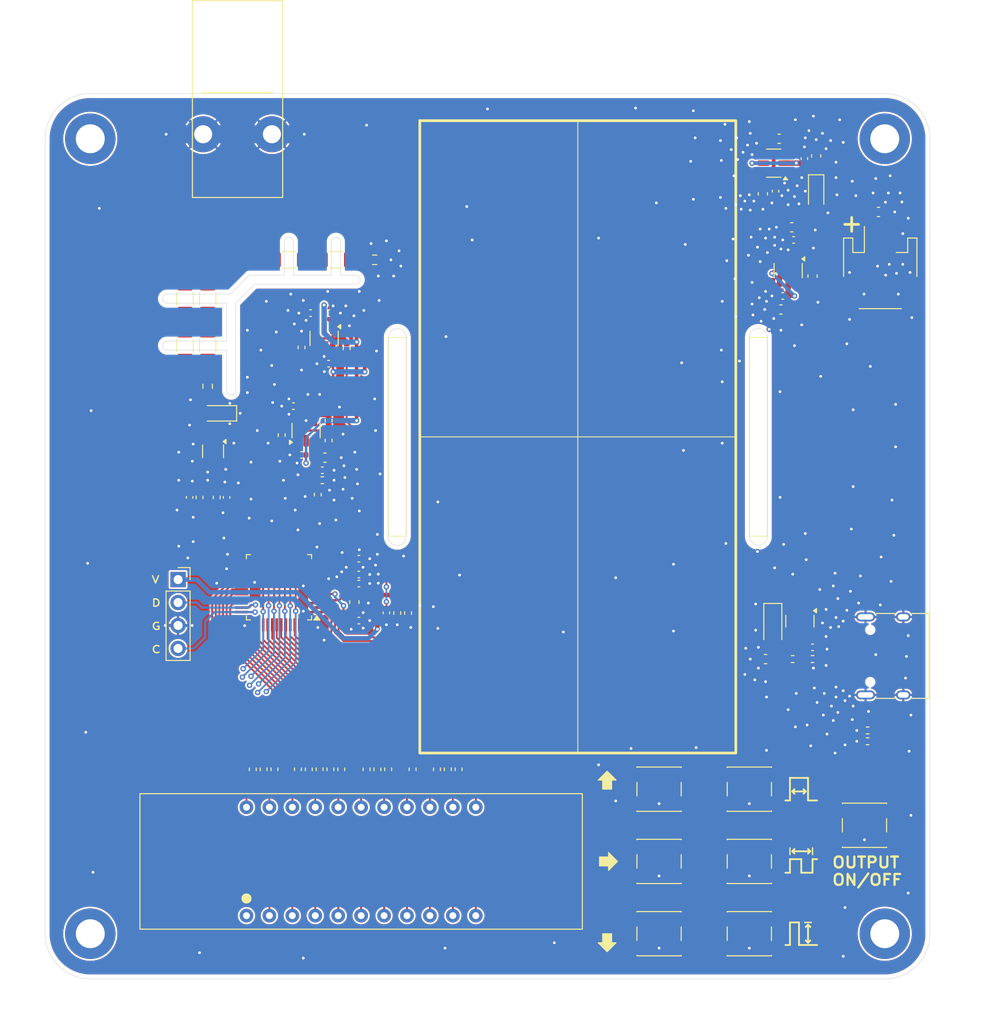
<source format=kicad_pcb>
(kicad_pcb (version 20240108) (generator "pcbnew") (generator_version "8.0")
  (layers (0 "F.Cu" signal) (31 "B.Cu" signal) (34 "B.Paste" user) (35 "F.Paste" user) (36 "B.SilkS" user "B.Silkscreen") (37 "F.SilkS" user "F.Silkscreen") (38 "B.Mask" user) (39 "F.Mask" user) (44 "Edge.Cuts" user))
  (net 0 "")
  (net 1 "Net-(C1-Pad2)")
  (net 2 "Net-(J1-In)")
  (net 3 "Net-(C2-Pad2)")
  (net 4 "GND")
  (net 5 "Net-(U1-+)")
  (net 6 "+3V3")
  (net 7 "Net-(U3-C_{P})")
  (net 8 "Net-(U3-C_{N})")
  (net 9 "/dac")
  (net 10 "Net-(U4-C-)")
  (net 11 "Net-(U4-C+)")
  (net 12 "+2V5")
  (net 13 "-2V5")
  (net 14 "VBUS")
  (net 15 "pulse")
  (net 16 "Net-(Q3A-G)")
  (net 17 "Net-(Q3B-G)")
  (net 18 "pulse_n")
  (net 19 "Net-(U5-NRST)")
  (net 20 "Net-(D1-A2)")
  (net 21 "Net-(D3-C)")
  (net 22 "Net-(D3-L)")
  (net 23 "Net-(D3-G1)")
  (net 24 "Net-(D3-J)")
  (net 25 "Net-(D3-K)")
  (net 26 "Net-(D3-E)")
  (net 27 "DISP_DIG2")
  (net 28 "DISP_DIG1")
  (net 29 "DISP_DIG5")
  (net 30 "Net-(D3-DP)")
  (net 31 "Net-(D3-A)")
  (net 32 "Net-(D3-D)")
  (net 33 "Net-(D3-M)")
  (net 34 "Net-(D3-F)")
  (net 35 "DISP_DIG3")
  (net 36 "DISP_DIG6")
  (net 37 "Net-(D3-G2)")
  (net 38 "Net-(D3-H)")
  (net 39 "DISP_DIG4")
  (net 40 "Net-(D3-N)")
  (net 41 "Net-(D3-B)")
  (net 42 "Net-(Q3A-D)")
  (net 43 "Net-(R2-Pad2)")
  (net 44 "Net-(U1--)")
  (net 45 "Net-(R5-Pad2)")
  (net 46 "Net-(R10-Pad2)")
  (net 47 "Net-(U2--)")
  (net 48 "HV_ADC")
  (net 49 "dac_pwm")
  (net 50 "dac_fb")
  (net 51 "SWDIO")
  (net 53 "unconnected-(U5-PB11-Pad23)")
  (net 55 "unconnected-(U5-PB15-Pad27)")
  (net 56 "unconnected-(U5-PA11{slash}PA9-Pad33)")
  (net 58 "unconnected-(U5-PC7-Pad31)")
  (net 59 "SWCLK")
  (net 60 "unconnected-(U5-PB2-Pad21)")
  (net 61 "unconnected-(U5-PD3-Pad41)")
  (net 62 "unconnected-(U5-PA12{slash}PA10-Pad34)")
  (net 64 "unconnected-(U5-PB1-Pad20)")
  (net 65 "unconnected-(U5-PB14-Pad26)")
  (net 66 "unconnected-(U5-PB5-Pad44)")
  (net 67 "unconnected-(U5-PD1-Pad39)")
  (net 69 "unconnected-(U5-PB3-Pad42)")
  (net 70 "unconnected-(U5-PD0-Pad38)")
  (net 71 "unconnected-(U5-PD2-Pad40)")
  (net 72 "unconnected-(U5-PB12-Pad24)")
  (net 73 "unconnected-(U5-PA10{slash}NC-Pad32)")
  (net 74 "unconnected-(U5-PC6-Pad30)")
  (net 75 "unconnected-(U5-PB4-Pad43)")
  (net 76 "unconnected-(U5-PB10-Pad22)")
  (net 77 "unconnected-(U5-PA15-Pad37)")
  (net 78 "unconnected-(U5-PA9{slash}NC-Pad29)")
  (net 81 "DISP_A")
  (net 82 "DISP_B")
  (net 83 "DISP_C")
  (net 84 "DISP_D")
  (net 85 "DISP_E")
  (net 86 "DISP_F")
  (net 87 "DISP_G1")
  (net 88 "DISP_G2")
  (net 89 "DISP_H")
  (net 90 "DISP_J")
  (net 91 "DISP_K")
  (net 92 "DISP_L")
  (net 93 "DISP_M")
  (net 94 "DISP_N")
  (net 95 "DISP_DP")
  (net 96 "key_pulse")
  (net 97 "key_freq")
  (net 98 "key_volt")
  (net 99 "key_output")
  (net 100 "key_add")
  (net 101 "key_move")
  (net 102 "key_sub")
  (net 103 "+BATT")
  (net 104 "+5V")
  (net 105 "Net-(Q1-G)")
  (net 111 "Net-(J2-CC2)")
  (net 112 "Net-(J2-CC1)")
  (net 114 "VAA")
  (net 115 "bat_adc")
  (footprint "Package_QFP:LQFP-48_7x7mm_P0.5mm" (layer "F.Cu") (at 55.9 84.65 180)
    (property "Reference" "U5" (hide yes))
    (property "Value" "STM32G030C8Tx" (hide yes))
  )
  (footprint "Resistor_SMD:R_0402_1005Metric" (layer "F.Cu") (at 58 104.8 -90)
    (property "Reference" "R19" (hide yes))
    (property "Value" "10K" (hide yes))
  )
  (footprint "Package_TO_SOT_SMD:SOT-23-5" (layer "F.Cu") (at 58.9 67.3 90)
    (property "Reference" "U2" (hide yes))
    (property "Value" "TLV9061IDBVR" (hide yes))
  )
  (footprint "Resistor_SMD:R_0402_1005Metric" (layer "F.Cu") (at 60.2 74.4 -90)
    (property "Reference" "R11" (hide yes))
    (property "Value" "2.2k" (hide yes))
  )
  (footprint "Resistor_SMD:R_0603_1608Metric" (layer "F.Cu") (at 48 62.4 -90)
    (property "Reference" "R1" (hide yes))
    (property "Value" "1k" (hide yes))
  )
  (footprint "Capacitor_SMD:C_0603_1608Metric" (layer "F.Cu") (at 115 50.2 90)
    (property "Reference" "C9" (hide yes))
    (property "Value" "475/10V" (hide yes))
  )
  (footprint "Button_Switch_SMD:SW_SPST_PTS647_Sx38" (layer "F.Cu") (at 98 115)
    (property "Reference" "SW6" (hide yes))
    (property "Value" "SW_Push" (hide yes))
  )
  (footprint "Capacitor_SMD:C_0402_1005Metric" (layer "F.Cu") (at 59.4 54.3 180)
    (property "Reference" "C3" (hide yes))
    (property "Value" "104/50V" (hide yes))
  )
  (footprint "Resistor_SMD:R_1206_3216Metric" (layer "F.Cu") (at 57 48.4)
    (property "Reference" "R2" (hide yes))
    (property "Value" "500M" (hide yes))
  )
  (footprint "Resistor_SMD:R_0402_1005Metric" (layer "F.Cu") (at 62.8 104.8 -90)
    (property "Reference" "R20" (hide yes))
    (property "Value" "10K" (hide yes))
  )
  (footprint "MountingHole:MountingHole_3.2mm_M3_DIN965_Pad" (layer "F.Cu") (at 123 123)
    (property "Reference" "REF**" (hide yes))
    (property "Value" "MountingHole_3.2mm_M3_DIN965_Pad" (hide yes))
  )
  (footprint "NewLib:BNC_3pin" (layer "F.Cu") (at 51.31 42.5)
    (property "Reference" "J1" (hide yes))
    (property "Value" "BNC_CONN" (hide yes))
  )
  (footprint "Connector_JST:JST_PH_S2B-PH-SM4-TB_1x02-1MP_P2.00mm_Horizontal" (layer "F.Cu") (at 122.5 49.3)
    (property "Reference" "J3" (hide yes))
    (property "Value" "Conn_01x02" (hide yes))
  )
  (footprint "Capacitor_SMD:C_0603_1608Metric" (layer "F.Cu") (at 111.3 35)
    (property "Reference" "C6" (hide yes))
    (property "Value" "475/10V" (hide yes))
  )
  (footprint "Package_TO_SOT_SMD:SOT-23" (layer "F.Cu") (at 113.6 88.4 -90)
    (property "Reference" "Q1" (hide yes))
    (property "Value" "AO3401A" (hide yes))
  )
  (footprint "Capacitor_SMD:C_0402_1005Metric" (layer "F.Cu") (at 60.7 71.7 180)
    (property "Reference" "C8" (hide yes))
    (property "Value" "105/25V" (hide yes))
  )
  (footprint "Button_Switch_SMD:SW_SPST_PTS647_Sx38" (layer "F.Cu") (at 98 123)
    (property "Reference" "SW7" (hide yes))
    (property "Value" "SW_Push" (hide yes))
  )
  (footprint "Button_Switch_SMD:SW_SPST_PTS647_Sx38" (layer "F.Cu") (at 108 115)
    (property "Reference" "SW2" (hide yes))
    (property "Value" "SW_Push" (hide yes))
  )
  (footprint "Capacitor_SMD:C_0402_1005Metric" (layer "F.Cu") (at 58.4 70 180)
    (property "Reference" "C18" (hide yes))
    (property "Value" "105/25V" (hide yes))
  )
  (footprint "Resistor_SMD:R_0402_1005Metric" (layer "F.Cu") (at 121.1 100.5)
    (property "Reference" "R34" (hide yes))
    (property "Value" "5K1" (hide yes))
  )
  (footprint "Resistor_SMD:R_0402_1005Metric" (layer "F.Cu") (at 75.8 104.8 -90)
    (property "Reference" "R22" (hide yes))
    (property "Value" "10K" (hide yes))
  )
  (footprint "Resistor_SMD:R_0402_1005Metric" (layer "F.Cu") (at 59.2 104.8 -90)
    (property "Reference" "R21" (hide yes))
    (property "Value" "10K" (hide yes))
  )
  (footprint "Package_TO_SOT_SMD:SOT-23-5" (layer "F.Cu") (at 60.9 57.1 -90)
    (property "Reference" "U1" (hide yes))
    (property "Value" "TLV9061IDBVR" (hide yes))
  )
  (footprint "Capacitor_SMD:C_0603_1608Metric" (layer "F.Cu") (at 111.5 53.9 180)
    (property "Reference" "C14" (hide yes))
    (property "Value" "106/16V" (hide yes))
  )
  (footprint "Resistor_SMD:R_0402_1005Metric" (layer "F.Cu") (at 60.7 72.8 180)
    (property "Reference" "R15" (hide yes))
    (property "Value" "1k" (hide yes))
  )
  (footprint "Resistor_SMD:R_0402_1005Metric" (layer "F.Cu") (at 47.1 74.7 -90)
    (property "Reference" "R8" (hide yes))
    (property "Value" "100R" (hide yes))
  )
  (footprint "Resistor_SMD:R_0603_1608Metric" (layer "F.Cu") (at 66.5 48.4)
    (property "Reference" "R4" (hide yes))
    (property "Value" "1M" (hide yes))
  )
  (footprint "Resistor_SMD:R_0402_1005Metric" (layer "F.Cu") (at 61.6 104.8 -90)
    (property "Reference" "R16" (hide yes))
    (property "Value" "10K" (hide yes))
  )
  (footprint "Button_Switch_SMD:SW_SPST_PTS647_Sx38" (layer "F.Cu") (at 98 107)
    (property "Reference" "SW5" (hide yes))
    (property "Value" "SW_Push" (hide yes))
  )
  (footprint "MountingHole:MountingHole_3.2mm_M3_DIN965_Pad" (layer "F.Cu") (at 123 35)
    (property "Reference" "REF**" (hide yes))
    (property "Value" "MountingHole_3.2mm_M3_DIN965_Pad" (hide yes))
  )
  (footprint "Button_Switch_SMD:SW_SPST_PTS647_Sx38" (layer "F.Cu") (at 108 123)
    (property "Reference" "SW3" (hide yes))
    (property "Value" "SW_Push" (hide yes))
  )
  (footprint "Capacitor_SMD:C_0603_1608Metric" (layer "F.Cu") (at 61 70.3 180)
    (property "Reference" "C7" (hide yes))
    (property "Value" "106/16V" (hide yes))
  )
  (footprint "Capacitor_SMD:C_0402_1005Metric" (layer "F.Cu") (at 115 91.3)
    (property "Reference" "C28" (hide yes))
    (property "Value" "104/50V" (hide yes))
  )
  (footprint "Resistor_SMD:R_0402_1005Metric" (layer "F.Cu") (at 65.6 104.8 -90)
    (property "Reference" "R29" (hide yes))
    (property "Value" "10K" (hide yes))
  )
  (footprint "Diode_SMD:D_SOD-323_HandSoldering" (layer "F.Cu") (at 49.2 65.4 180)
    (property "Reference" "D1" (hide yes))
    (property "Value" "TVS_3V3" (hide yes))
  )
  (footprint "Capacitor_SMD:C_1206_3216Metric" (layer "F.Cu") (at 48 57.9 -90)
    (property "Reference" "C2" (hide yes))
    (property "Value" "10nF/2kV" (hide yes))
  )
  (footprint "Capacitor_SMD:C_0402_1005Metric" (layer "F.Cu") (at 61.4 59.9 180)
    (property "Reference" "C4" (hide yes))
    (property "Value" "105/25V" (hide yes))
  )
  (footprint "Resistor_SMD:R_0402_1005Metric" (layer "F.Cu") (at 70.2 87.5 -90)
    (property "Reference" "R32" (hide yes))
    (property "Value" "200K" (hide yes))
  )
  (footprint "Inductor_SMD:L_0603_1608Metric" (layer "F.Cu") (at 64.25 86.2875 -90)
    (property "Reference" "FB1" (hide yes))
    (property "Value" "600R/100M" (hide yes))
  )
  (footprint "NewLib:display-led-0.39in-6dig" (layer "F.Cu") (at 65 115)
    (property "Reference" "D3" (hide yes))
    (property "Value" "display-led-0.39in-6dig" (hide yes))
  )
  (footprint "Resistor_SMD:R_0402_1005Metric" (layer "F.Cu") (at 112.8 92.6 180)
    (property "Reference" "R31" (hide yes))
    (property "Value" "1K" (hide yes))
  )
  (footprint "Package_TO_SOT_SMD:SOT-23-6" (layer "F.Cu") (at 112.3 49.6 -90)
    (property "Reference" "U4" (hide yes))
    (property "Value" "TX4310" (hide yes))
  )
  (footprint "Button_Switch_SMD:SW_SPST_PTS647_Sx38" (layer "F.Cu") (at 108 107)
    (property "Reference" "SW1" (hide yes))
    (property "Value" "SW_Push" (hide yes))
  )
  (footprint "Capacitor_SMD:C_0402_1005Metric" (layer "F.Cu") (at 67.8 87.48 -90)
    (property "Reference" "C29" (hide yes))
    (property "Value" "104/50V" (hide yes))
  )
  (footprint "Resistor_SMD:R_0402_1005Metric" (layer "F.Cu") (at 115 92.6 180)
    (property "Reference" "R33" (hide yes))
    (property "Value" "10K" (hide yes))
  )
  (footprint "Connector_PinSocket_2.54mm:PinSocket_1x04_P2.54mm_Vertical" (layer "F.Cu") (at 44.725 83.8)
    (property "Reference" "J4" (hide yes))
    (property "Value" "Conn_01x04" (hide yes))
  )
  (footprint "MountingHole:MountingHole_3.2mm_M3_DIN965_Pad" (layer "F.Cu") (at 35 123)
    (property "Reference" "REF**" (hide yes))
    (property "Value" "MountingHole_3.2mm_M3_DIN965_Pad" (hide yes))
  )
  (footprint "Capacitor_SMD:C_0603_1608Metric" (layer "F.Cu") (at 122.3 43.1)
    (property "Reference" "C26" (hide yes))
    (property "Value" "106/16V" (hide yes))
  )
  (footprint "Resistor_SMD:R_1206_3216Metric" (layer "F.Cu") (at 62.2 48.4)
    (property "Reference" "R3" (hide yes))
    (property "Value" "500M" (hide yes))
  )
  (footprint "Diode_SMD:D_SOD-123" (layer "F.Cu") (at 110.6 88.8 -90)
    (property "Reference" "D5" (hide yes))
    (property "Value" "B5819W" (hide yes))
  )
  (footprint "Button_Switch_SMD:SW_SPST_PTS647_Sx38" (layer "F.Cu") (at 120.75 111)
    (property "Reference" "SW4" (hide yes))
    (property "Value" "SW_Push" (hide yes))
  )
  (footprint "Capacitor_SMD:C_0402_1005Metric" (layer "F.Cu") (at 46 74.7 90)
    (property "Reference" "C20" (hide yes))
    (property "Value" "101/50V" (hide yes))
  )
  (footprint "Capacitor_SMD:C_0603_1608Metric" (layer "F.Cu") (at 109.5 41.1 90)
    (property "Reference" "C12" (hide yes))
    (property "Value" "106/16V" (hide yes))
  )
  (footprint "Package_TO_SOT_SMD:SOT-23-6" (layer "F.Cu") (at 110.7 37.7 180)
    (property "Reference" "U3" (hide yes))
    (property "Value" "SGM3204" (hide yes))
  )
  (footprint "Resistor_SMD:R_0402_1005Metric" (layer "F.Cu") (at 61.4 68.4 -90)
    (property "Reference" "R14" (hide yes))
    (property "Value" "10k" (hide yes))
  )
  (footprint "Resistor_SMD:R_0402_1005Metric" (layer "F.Cu") (at 49 74.7 -90)
    (property "Reference" "R9" (hide yes))
    (property "Value" "100R" (hide yes))
  )
  (footprint "Capacitor_SMD:C_0402_1005Metric" (layer "F.Cu") (at 111.7 52.4 180)
    (property "Reference" "C15" (hide yes))
    (property "Value" "104/50V" (hide yes))
  )
  (footprint "Resistor_SMD:R_0402_1005Metric" (layer "F.Cu") (at 121.1 101.7)
    (property "Reference" "R35" (hide yes))
    (property "Value" "5K1" (hide yes))
  )
  (footprint "Resistor_SMD:R_0402_1005Metric" (layer "F.Cu") (at 73.4 104.8 -90)
    (property "Reference" "R23" (hide yes))
    (property "Value" "10K" (hide yes))
  )
  (footprint "MountingHole:MountingHole_3.2mm_M3_DIN965_Pad" (layer "F.Cu") (at 35 35)
    (property "Reference" "REF**" (hide yes))
    (property "Value" "MountingHole_3.2mm_M3_DIN965_Pad" (hide yes))
  )
  (footprint "Resistor_SMD:R_0402_1005Metric" (layer "F.Cu") (at 60.4 104.8 -90)
    (property "Reference" "R30" (hide yes))
    (property "Value" "10K" (hide yes))
  )
  (footprint "Capacitor_SMD:C_0402_1005Metric" (layer "F.Cu") (at 64.75 83.2375 180)
    (property "Reference" "C24" (hide yes))
    (property "Value" "105/25V" (hide yes))
  )
  (footprint "Capacitor_SMD:C_0402_1005Metric" (layer "F.Cu") (at 64.75 88.3375 180)
    (property "Reference" "C25" (hide yes))
    (property "Value" "104/50V" (hide yes))
  )
  (footprint "Capacitor_SMD:C_1206_3216Metric" (layer "F.Cu") (at 48 52.7 -90)
    (property "Reference" "C1" (hide yes))
    (property "Value" "10nF/2kV" (hide yes))
  )
  (footprint "Capacitor_SMD:C_0603_1608Metric" (layer "F.Cu") (at 115.4 36.9 90)
    (property "Reference" "C10" (hide yes))
    (property "Value" "106/16V" (hide yes))
  )
  (footprint "Capacitor_SMD:C_0402_1005Metric" (layer "F.Cu") (at 64.75 81.4875 180)
    (property "Reference" "C22" (hide yes))
    (property "Value" "104/50V" (hide yes))
  )
  (footprint "Resistor_SMD:R_0402_1005Metric" (layer "F.Cu") (at 54.2 104.8 -90)
    (property "Reference" "R25" (hide yes))
    (property "Value" "10K" (hide yes))
  )
  (footprint "Package_TO_SOT_SMD:SOT-363_SC-70-6" (layer "F.Cu") (at 48.6 69.6 -90)
    (property "Reference" "Q3" (hide yes))
    (property "Value" "FDG6301N" (hide yes))
  )
  (footprint "Capacitor_SMD:C_0402_1005Metric" (layer "F.Cu") (at 61.4 54.3)
    (property "Reference" "C19" (hide yes))
    (property "Value" "105/25V" (hide yes))
  )
  (footprint "Resistor_SMD:R_0402_1005Metric" (layer "F.Cu") (at 61.4 66.2 90)
    (property "Reference" "R6" (hide yes))
    (property "Value" "10k" (hide yes))
  )
  (footprint "Resistor_SMD:R_0402_1005Metric" (layer "F.Cu") (at 66.8 104.8 -90)
    (property "Reference" "R17" (hide yes))
    (property "Value" "10K" (hide yes))
  )
  (footprint "Capacitor_SMD:C_0402_1005Metric" (layer "F.Cu") (at 50.1 74.7 90)
    (property "Reference" "C21" (hide yes))
    (property "Value" "101/50V" (hide yes))
  )
  (footprint "Resistor_SMD:R_0402_1005Metric" (layer "F.Cu") (at 56.2 67.8 90)
    (property "Reference" "R10" (hide yes))
    (property "Value" "1R" (hide yes))
  )
  (footprint "Resistor_SMD:R_1206_3216Metric" (layer "F.Cu") (at 45.5 57.9 -90)
    (property "Reference" "R13" (hide yes))
    (property "Value" "1G" (hide yes))
  )
  (footprint "Resistor_SMD:R_0402_1005Metric" (layer "F.Cu") (at 74.6 104.8 -90)
    (property "Reference" "R26" (hide yes))
    (property "Value" "10K" (hide yes))
  )
  (footprint "Capacitor_SMD:C_0402_1005Metric" (layer "F.Cu") (at 112.9 46.2 180)
    (property "Reference" "C17" (hide yes))
    (property "Value" "104/50V" (hide yes))
  )
  (footprint "Capacitor_SMD:C_0402_1005Metric" (layer "F.Cu") (at 110.9 40.8 90)
    (property "Reference" "C13" (hide yes))
    (property "Value" "104/50V" (hide yes))
  )
  (footprint "Capacitor_SMD:C_0402_1005Metric" (layer "F.Cu") (at 57.5 64.6 180)
    (property "Reference" "C5" (hide yes))
    (property "Value" "105/25V" (hide yes))
  )
  (footprint "Resistor_SMD:R_0402_1005Metric" (layer "F.Cu") (at 70.7 104.8 -90)
    (property "Reference" "R27" (hide yes))
    (property "Value" "10K" (hide yes))
  )
  (footprint "Resistor_SMD:R_0402_1005Metric" (layer "F.Cu") (at 55.4 104.8 -90)
    (property "Reference" "R18" (hide yes))
    (property "Value" "10K" (hide yes))
  )
  (footprint "Resistor_SMD:R_0402_1005Metric" (layer "F.Cu") (at 63.4 58.2 -90)
    (property "Reference" "R7" (hide yes))
    (property "Value" "10k" (hide yes))
  )
  (footprint "Resistor_SMD:R_0402_1005Metric" (layer "F.Cu") (at 53 104.8 -90)
    (property "Reference" "R24" (hide yes))
    (property "Value" "10K" (hide yes))
  )
  (footprint "Capacitor_SMD:C_0402_1005Metric" (layer "F.Cu") (at 64.75 84.2375 180)
    (property "Reference" "C23" (hide yes))
    (property "Value" "104/50V" (hide yes))
  )
  (footprint "Resistor_SMD:R_0402_1005Metric" (layer "F.Cu") (at 68 104.8 -90)
    (property "Reference" "R28" (hide yes))
    (property "Value" "10K" (hide yes))
  )
  (footprint "Resistor_SMD:R_0402_1005Metric" (layer "F.Cu") (at 69 87.5 90)
    (property "Reference" "R36" (hide yes))
    (property "Value" "200K" (hide yes))
  )
  (footprint "Capacitor_SMD:C_0603_1608Metric" (layer "F.Cu") (at 112.7 44.8 180)
    (property "Reference" "C16" (hide yes))
    (property "Value" "226/6.3V" (hide yes))
  )
  (footprint "Resistor_SMD:R_0402_1005Metric" (layer "F.Cu") (at 58.4 58.1 90)
    (property "Reference" "R5" (hide yes))
    (property "Value" "10k" (hide yes))
  )
  (footprint "Capacitor_SMD:C_0603_1608Metric" (layer "F.Cu") (at 109.8 92.6 180)
    (property "Reference" "C27" (hide yes))
    (property "Value" "106/16V" (hide yes))
  )
  (footprint "Resistor_SMD:R_1206_3216Metric" (layer "F.Cu") (at 45.5 52.7 -90)
    (property "Reference" "R12" (hide yes))
    (property "Value" "1G" (hide yes))
  )
  (footprint "Diode_SMD:D_SOD-323_HandSoldering" (layer "F.Cu") (at 115.4 41 -90)
    (property "Reference" "D2" (hide yes))
    (property "Value" "1N4007" (hide yes))
  )
  (footprint "Connector_USB:USB_C_Receptacle_HRO_TYPE-C-31-M-12" (layer "F.Cu") (at 124 92.25 90)
    (property "Reference" "J2" (hide yes))
    (property "Value" "USB_C_Receptacle_USB2.0" (hide yes))
  )
  (footprint "Capacitor_SMD:C_0402_1005Metric" (layer "F.Cu") (at 114.1 37.2 90)
    (property "Reference" "C11" (hide yes))
    (property "Value" "104/50V" (hide yes))
  )
  (gr_poly (pts (xy 92.25 125) (xy 93.25 124) (xy 92.75 124) (xy 92.75 123) (xy 91.75 123) (xy 91.75 124) (xy 91.25 124)) (stroke (width 0.1)) (fill solid) (layer "F.SilkS"))
  (gr_line (start 114.5 105.75) (end 114.5 108.25) (stroke (width 0.2)) (layer "F.SilkS"))
  (gr_line (start 113.75 114.75) (end 113.75 116.25) (stroke (width 0.2)) (layer "F.SilkS"))
  (gr_line (start 112 124.25) (end 112.5 124.25) (stroke (width 0.2)) (layer "F.SilkS"))
  (gr_line (start 112.75 113.875) (end 113 113.625) (stroke (width 0.2)) (layer "F.SilkS"))
  (gr_line (start 115 116.25) (end 115 114.75) (stroke (width 0.2)) (layer "F.SilkS"))
  (gr_line (start 114.5 124) (end 114.75 123.75) (stroke (width 0.2)) (layer "F.SilkS"))
  (gr_line (start 114.125 121.75) (end 114.875 121.75) (stroke (width 0.15)) (layer "F.SilkS"))
  (gr_line (start 112.5 116.25) (end 112.5 114.75) (stroke (width 0.2)) (layer "F.SilkS"))
  (gr_line (start 112.5 121.75) (end 113.5 121.75) (stroke (width 0.2)) (layer "F.SilkS"))
  (gr_line (start 115 113.5) (end 115 114.25) (stroke (width 0.15)) (layer "F.SilkS"))
  (gr_rect (start 68 57) (end 70 79) (stroke (width 0.1)) (fill none) (layer "F.SilkS"))
  (gr_line (start 114.5 124) (end 114.5 122) (stroke (width 0.2)) (layer "F.SilkS"))
  (gr_line (start 112.5 124.25) (end 112.5 121.75) (stroke (width 0.2)) (layer "F.SilkS"))
  (gr_line (start 114.75 113.875) (end 114.5 114.125) (stroke (width 0.2)) (layer "F.SilkS"))
  (gr_line (start 113.75 116.25) (end 115 116.25) (stroke (width 0.2)) (layer "F.SilkS"))
  (gr_line (start 115.5 114.75) (end 115 114.75) (stroke (width 0.2)) (layer "F.SilkS"))
  (gr_poly (pts (xy 92.25 105) (xy 91.25 106) (xy 91.75 106) (xy 91.75 107) (xy 92.75 107) (xy 92.75 106) (xy 93.25 106)) (stroke (width 0.1)) (fill solid) (layer "F.SilkS"))
  (gr_line (start 112.5 108.25) (end 112.5 105.75) (stroke (width 0.2)) (layer "F.SilkS"))
  (gr_line (start 112 108.25) (end 112.5 108.25) (stroke (width 0.2)) (layer "F.SilkS"))
  (gr_line (start 114.5 108.25) (end 115.5 108.25) (stroke (width 0.2)) (layer "F.SilkS"))
  (gr_rect (start 108 57) (end 110 79) (stroke (width 0.1)) (fill none) (layer "F.SilkS"))
  (gr_line (start 114.5 122) (end 114.75 122.25) (stroke (width 0.2)) (layer "F.SilkS"))
  (gr_line (start 114.5 122) (end 114.25 122.25) (stroke (width 0.2)) (layer "F.SilkS"))
  (gr_line (start 113.5 121.75) (end 113.5 124.25) (stroke (width 0.2)) (layer "F.SilkS"))
  (gr_poly (pts (xy 93.4 115) (xy 92.4 114) (xy 92.4 114.5) (xy 91.4 114.5) (xy 91.4 115.5) (xy 92.4 115.5) (xy 92.4 116)) (stroke (width 0.1)) (fill solid) (layer "F.SilkS"))
  (gr_line (start 112.75 107.25) (end 113 107.5) (stroke (width 0.2)) (layer "F.SilkS"))
  (gr_line (start 106.5 68) (end 71.5 68) (stroke (width 0.1)) (layer "F.SilkS"))
  (gr_line (start 112.75 107.25) (end 113 107) (stroke (width 0.2)) (layer "F.SilkS"))
  (gr_line (start 113.5 124.25) (end 115.5 124.25) (stroke (width 0.2)) (layer "F.SilkS"))
  (gr_line (start 112.75 113.875) (end 113 114.125) (stroke (width 0.2)) (layer "F.SilkS"))
  (gr_line (start 112.75 113.875) (end 114.75 113.875) (stroke (width 0.2)) (layer "F.SilkS"))
  (gr_line (start 114.25 107.25) (end 114 107.5) (stroke (width 0.2)) (layer "F.SilkS"))
  (gr_line (start 112 116.25) (end 112.5 116.25) (stroke (width 0.2)) (layer "F.SilkS"))
  (gr_rect (start 71.5 33) (end 106.5 103) (stroke (width 0.3)) (fill none) (layer "F.SilkS"))
  (gr_line (start 114.25 107.25) (end 114 107) (stroke (width 0.2)) (layer "F.SilkS"))
  (gr_line (start 114.5 124) (end 114.25 123.75) (stroke (width 0.2)) (layer "F.SilkS"))
  (gr_line (start 112.5 105.75) (end 114.5 105.75) (stroke (width 0.2)) (layer "F.SilkS"))
  (gr_line (start 112.5 114.75) (end 113.75 114.75) (stroke (width 0.2)) (layer "F.SilkS"))
  (gr_line (start 112.75 107.25) (end 114.25 107.25) (stroke (width 0.2)) (layer "F.SilkS"))
  (gr_line (start 112.5 113.5) (end 112.5 114.25) (stroke (width 0.15)) (layer "F.SilkS"))
  (gr_line (start 114.75 113.875) (end 114.5 113.625) (stroke (width 0.2)) (layer "F.SilkS"))
  (gr_line (start 89 33) (end 89 103) (stroke (width 0.1)) (layer "F.SilkS"))
  (gr_arc (start 64.4 50.1) (mid 64.9 50.6) (end 64.4 51.1) (stroke (width 0.05)) (layer "Edge.Cuts"))
  (gr_line (start 61.7 50.1) (end 61.7 46.4) (stroke (width 0.05)) (layer "Edge.Cuts"))
  (gr_line (start 51.1 53.2) (end 51.1 62.9) (stroke (width 0.05)) (layer "Edge.Cuts"))
  (gr_line (start 35 30) (end 123 30) (stroke (width 0.05)) (layer "Edge.Cuts"))
  (gr_arc (start 128 123) (mid 126.535534 126.535534) (end 123 128) (stroke (width 0.05)) (layer "Edge.Cuts"))
  (gr_line (start 50.5 52.2) (end 52.6 50.1) (stroke (width 0.05)) (layer "Edge.Cuts"))
  (gr_arc (start 51.1 62.9) (mid 50.6 63.4) (end 50.1 62.9) (stroke (width 0.05)) (layer "Edge.Cuts"))
  (gr_line (start 50.1 58.4) (end 50.1 62.9) (stroke (width 0.05)) (layer "Edge.Cuts"))
  (gr_arc (start 123 30) (mid 126.535534 31.464466) (end 128 35) (stroke (width 0.05)) (layer "Edge.Cuts"))
  (gr_line (start 110 57) (end 110 79) (stroke (width 0.05)) (layer "Edge.Cuts"))
  (gr_arc (start 35 128) (mid 31.464466 126.535534) (end 30 123) (stroke (width 0.05)) (layer "Edge.Cuts"))
  (gr_line (start 50.1 53.2) (end 49.7 53.2) (stroke (width 0.05)) (layer "Edge.Cuts"))
  (gr_line (start 30 123) (end 30 35) (stroke (width 0.05)) (layer "Edge.Cuts"))
  (gr_line (start 62.7 46.4) (end 62.7 50.1) (stroke (width 0.05)) (layer "Edge.Cuts"))
  (gr_arc (start 61.7 46.4) (mid 62.2 45.9) (end 62.7 46.4) (stroke (width 0.05)) (layer "Edge.Cuts"))
  (gr_line (start 50.1 57.4) (end 50.1 53.6) (stroke (width 0.05)) (layer "Edge.Cuts"))
  (gr_line (start 54.4 51.1) (end 53.2 51.1) (stroke (width 0.05)) (layer "Edge.Cuts"))
  (gr_arc (start 43.5 53.2) (mid 43 52.7) (end 43.5 52.2) (stroke (width 0.05)) (layer "Edge.Cuts"))
  (gr_line (start 57.5 50.1) (end 61.7 50.1) (stroke (width 0.05)) (layer "Edge.Cuts"))
  (gr_arc (start 43.5 58.4) (mid 43 57.9) (end 43.5 57.4) (stroke (width 0.05)) (layer "Edge.Cuts"))
  (gr_arc (start 68 57) (mid 69 56) (end 70 57) (stroke (width 0.05)) (layer "Edge.Cuts"))
  (gr_line (start 49.7 53.2) (end 43.5 53.2) (stroke (width 0.05)) (layer "Edge.Cuts"))
  (gr_line (start 64.4 50.1) (end 62.7 50.1) (stroke (width 0.05)) (layer "Edge.Cuts"))
  (gr_line (start 128 35) (end 128 123) (stroke (width 0.05)) (layer "Edge.Cuts"))
  (gr_line (start 57.5 46.4) (end 57.5 50.1) (stroke (width 0.05)) (layer "Edge.Cuts"))
  (gr_arc (start 108 57) (mid 109 56) (end 110 57) (stroke (width 0.05)) (layer "Edge.Cuts"))
  (gr_line (start 50.1 53.6) (end 50.1 53.2) (stroke (width 0.05)) (layer "Edge.Cuts"))
  (gr_line (start 68 79) (end 68 57) (stroke (width 0.05)) (layer "Edge.Cuts"))
  (gr_line (start 108 79) (end 108 57) (stroke (width 0.05)) (layer "Edge.Cuts"))
  (gr_arc (start 56.5 46.4) (mid 57 45.9) (end 57.5 46.4) (stroke (width 0.05)) (layer "Edge.Cuts"))
  (gr_line (start 54.4 50.1) (end 56.5 50.1) (stroke (width 0.05)) (layer "Edge.Cuts"))
  (gr_line (start 52.6 50.1) (end 54.4 50.1) (stroke (width 0.05)) (layer "Edge.Cuts"))
  (gr_line (start 53.2 51.1) (end 51.1 53.2) (stroke (width 0.05)) (layer "Edge.Cuts"))
  (gr_line (start 64.4 51.1) (end 54.4 51.1) (stroke (width 0.05)) (layer "Edge.Cuts"))
  (gr_line (start 123 128) (end 35 128) (stroke (width 0.05)) (layer "Edge.Cuts"))
  (gr_arc (start 30 35) (mid 31.464466 31.464466) (end 35 30) (stroke (width 0.05)) (layer "Edge.Cuts"))
  (gr_arc (start 110 79) (mid 109 80) (end 108 79) (stroke (width 0.05)) (layer "Edge.Cuts"))
  (gr_line (start 56.5 50.1) (end 56.5 46.4) (stroke (width 0.05)) (layer "Edge.Cuts"))
  (gr_line (start 43.5 57.4) (end 50.1 57.4) (stroke (width 0.05)) (layer "Edge.Cuts"))
  (gr_line (start 43.5 58.4) (end 50.1 58.4) (stroke (width 0.05)) (layer "Edge.Cuts"))
  (gr_line (start 70 57) (end 70 79) (stroke (width 0.05)) (layer "Edge.Cuts"))
  (gr_line (start 43.5 52.2) (end 50.5 52.2) (stroke (width 0.05)) (layer "Edge.Cuts"))
  (gr_arc (start 70 79) (mid 69 80) (end 68 79) (stroke (width 0.05)) (layer "Edge.Cuts"))
  (gr_text "V\n\nD\n\nG\n\nC" (at 41.7 92 0) (layer "F.SilkS") (effects (font (size 0.8 1) (thickness 0.15) (bold yes)) (justify left bottom)))
  (gr_text "OUTPUT\nON/OFF" (at 117.05 117.75 0) (layer "F.SilkS") (effects (font (size 1.2 1.3) (thickness 0.25) (bold yes)) (justify left bottom)))
  (gr_text "+" (at 117.9 45.5 0) (layer "F.SilkS") (effects (font (size 2 2) (thickness 0.3)) (justify left bottom)))
  (segment (start 48 54.175) (end 48 56.425) (width 0.4) (layer "F.Cu") (net 1))
  (segment (start 47.775 56.425) (end 47.7625 56.4375) (width 0.4) (layer "F.Cu") (net 1))
  (segment (start 45.5 54.1625) (end 47.9875 54.1625) (width 0.4) (layer "F.Cu") (net 1))
  (segment (start 47.7625 56.4375) (end 45.5 56.4375) (width 0.4) (layer "F.Cu") (net 1))
  (segment (start 48 56.425) (end 47.775 56.425) (width 0.4) (layer "F.Cu") (net 1))
  (segment (start 47.9875 54.1625) (end 48 54.175) (width 0.4) (layer "F.Cu") (net 1))
  (segment (start 48 49.3) (end 48.9 48.4) (width 1) (layer "F.Cu") (net 2))
  (segment (start 45.5 51.2375) (end 47.9875 51.2375) (width 0.4) (layer "F.Cu") (net 2))
  (segment (start 47.9875 51.2375) (end 48 51.225) (width 0.4) (layer "F.Cu") (net 2))
  (segment (start 51.3 48.4) (end 55.5375 48.4) (width 1) (layer "F.Cu") (net 2))
  (segment (start 48.9 48.4) (end 51.3 48.4) (width 1) (layer "F.Cu") (net 2))
  (segment (start 48 51.225) (end 48 49.3) (width 1) (layer "F.Cu") (net 2))
  (segment (start 51.31 48.39) (end 51.3 48.4) (width 0.5) (layer "F.Cu") (net 2))
  (segment (start 51.31 45) (end 51.31 48.39) (width 1) (layer "F.Cu") (net 2))
  (segment (start 45.5 59.3625) (end 47.9875 59.3625) (width 0.4) (layer "F.Cu") (net 3))
  (segment (start 48 61.575) (end 48 59.375) (width 0.4) (layer "F.Cu") (net 3))
  (segment (start 47.9875 59.3625) (end 48 59.375) (width 0.4) (layer "F.Cu") (net 3))
  (segment (start 110.7 53.925) (end 110.725 53.9) (width 0.5) (layer "F.Cu") (net 4))
  (segment (start 120.59 100.5) (end 120.59 101.7) (width 0.2) (layer "F.Cu") (net 4))
  (segment (start 119.15 52.2) (end 119.15 49.85) (width 0.6) (layer "F.Cu") (net 4))
  (segment (start 111.6 41.3) (end 111.58 41.28) (width 0.5) (layer "F.Cu") (net 4))
  (segment (start 50.45 66.55) (end 50.45 65.4) (width 0.25) (layer "F.Cu") (net 4))
  (segment (start 108 124.6) (end 110.625 124.6) (width 0.25) (layer "F.Cu") (net 4))
  (segment (start 109.025 92.6) (end 108.1 92.6) (width 0.6) (layer "F.Cu") (net 4))
  (segment (start 111 44.8) (end 111.925 44.8) (width 0.5) (layer "F.Cu") (net 4))
  (segment (start 125.85 54.65) (end 126 54.8) (width 0.6) (layer "F.Cu") (net 4))
  (segment (start 62.3 83.4875) (end 62.85 82.9375) (width 0.25) (layer "F.Cu") (net 4))
  (segment (start 112.42 46.2) (end 112.42 47.18) (width 0.4) (layer "F.Cu") (net 4))
  (segment (start 105.375 116.6) (end 108 116.6) (width 0.25) (layer "F.Cu") (net 4))
  (segment (start 62.3 83.4875) (end 61.3875 84.4) (width 0.25) (layer "F.Cu") (net 4))
  (segment (start 58.7 84.4) (end 58.6 84.5) (width 0.25) (layer "F.Cu") (net 4))
  (segment (start 114.1 36.72) (end 114.1 35.9) (width 0.5) (layer "F.Cu") (net 4))
  (segment (start 65.23 88.3375) (end 65.95 88.3375) (width 0.25) (layer "F.Cu") (net 4))
  (segment (start 123.075 43.975) (end 123.5 44.4) (width 0.5) (layer "F.Cu") (net 4))
  (segment (start 98 116.6) (end 100.625 116.6) (width 0.25) (layer "F.Cu") (net 4))
  (segment (start 112.42 46.2) (end 112.42 45.92) (width 0.4) (layer "F.Cu") (net 4))
  (segment (start 61.18 71.7) (end 62 71.7) (width 0.4) (layer "F.Cu") (net 4))
  (segment (start 109.025 91.325) (end 109 91.3) (width 0.6) (layer "F.Cu") (net 4))
  (segment (start 120.75 112.6) (end 123.375 112.6) (width 0.25) (layer "F.Cu") (net 4))
  (segment (start 57.02 63.82) (end 57 63.8) (width 0.25) (layer "F.Cu") (net 4))
  (segment (start 57.02 64.6) (end 57.02 63.82) (width 0.25) (layer "F.Cu") (net 4))
  (segment (start 111.58 41.28) (end 110.9 41.28) (width 0.5) (layer "F.Cu") (net 4))
  (segment (start 57.92 70) (end 57.1 70) (width 0.25) (layer "F.Cu") (net 4))
  (segment (start 50.45 65.4) (end 51.6 65.4) (width 0.25) (layer "F.Cu") (net 4))
  (segment (start 111.7 46.2) (end 112.42 46.2) (width 0.4) (layer "F.Cu") (net 4))
  (segment (start 112.42 45.92) (end 111.925 45.425) (width 0.4) (layer "F.Cu") (net 4))
  (segment (start 65.23 82.4575) (end 65.23 83.2375) (width 0.25) (layer "F.Cu") (net 4))
  (segment (start 61.21 72.8) (end 62 72.8) (width 0.4) (layer "F.Cu") (net 4))
  (segment (start 65.23 81.4875) (end 65.95 81.4875) (width 0.25) (layer "F.Cu") (net 4))
  (segment (start 125.85 49.85) (end 125.8 49.8) (width 0.6) (layer "F.Cu") (net 4))
  (segment (start 108 116.6) (end 110.625 116.6) (width 0.25) (layer "F.Cu") (net 4))
  (segment (start 65.23 84.2375) (end 65.95 84.2375) (width 0.25) (layer "F.Cu") (net 4))
  (segment (start 123.075 42.025) (end 123.075 43.1) (width 0.5) (layer "F.Cu") (net 4))
  (segment (start 58.92 55.08) (end 58.9 55.1) (width 0.25) (layer "F.Cu") (net 4))
  (segment (start 57.92 70.88) (end 57.9 70.9) (width 0.25) (layer "F.Cu") (net 4))
  (segment (start 60.92 59.12) (end 60.9 59.1) (width 0.25) (layer "F.Cu") (net 4))
  (segment (start 123.075 43.1) (end 123.075 43.975) (width 0.5) (layer "F.Cu") (net 4))
  (segment (start 108 108.6) (end 110.625 108.6) (width 0.25) (layer "F.Cu") (net 4))
  (segment (start 109.025 92.6) (end 109.025 93.575) (width 0.6) (layer "F.Cu") (net 4))
  (segment (start 58.92 54.3) (end 58.92 55.08) (width 0.25) (layer "F.Cu") (net 4))
  (segment (start 65.23 87.4575) (end 65.23 88.3375) (width 0.25) (layer "F.Cu") (net 4))
  (segment (start 125.85 52.2) (end 124.5 52.2) (width 0.6) (layer "F.Cu") (net 4))
  (segment (start 65.23 84.2375) (end 65.23 83.2375) (width 0.25) (layer "F.Cu") (net 4))
  (segment (start 119.15 52.2) (end 120.7 52.2) (width 0.6) (layer "F.Cu") (net 4))
  (segment (start 116.475 36.125) (end 116.5 36.1) (width 0.6) (layer "F.Cu") (net 4))
  (segment (start 61.88 54.3) (end 62.7 54.3) (width 0.25) (layer "F.Cu") (net 4))
  (segment (start 119.955 95.5) (end 119 95.5) (width 0.6) (layer "F.Cu") (net 4))
  (segment (start 61.3875 84.4) (end 60.0625 84.4) (width 0.25) (layer "F.Cu") (net 4))
  (segment (start 119 95.5) (end 118.4 96.1) (width 0.6) (layer "F.Cu") (net 4))
  (segment (start 119.15 49.85) (end 119.1 49.8) (width 0.6) (layer "F.Cu") (net 4))
  (segment (start 95.375 108.6) (end 98 108.6) (width 0.25) (layer "F.Cu") (net 4))
  (segment (start 112.42 47.18) (end 112.3 47.3) (width 0.4) (layer "F.Cu") (net 4))
  (segment (start 65.21 82.4375) (end 63.35 82.4375) (width 0.25) (layer "F.Cu") (net 4))
  (segment (start 109.5 41.875) (end 109.5 42.8) (width 0.6) (layer "F.Cu") (net 4))
  (segment (start 95.375 124.6) (end 98 124.6) (width 0.25) (layer "F.Cu") (net 4))
  (segment (start 110.725 53.9) (end 109.7 53.9) (width 0.5) (layer "F.Cu") (net 4))
  (segment (start 119.15 52.2) (end 119.15 54.95) (width 0.6) (layer "F.Cu") (net 4))
  (segment (start 115.4 36.125) (end 115.4 35.1) (width 0.6) (layer "F.Cu") (net 4))
  (segment (start 60.92 60.78) (end 60.92 59.9) (width 0.25) (layer "F.Cu") (net 4))
  (segment (start 48 71.9) (end 47.95 71.85) (width 0.25) (layer "F.Cu") (net 4))
  (segment (start 61.88 53.52) (end 61.9 53.5) (width 0.25) (layer "F.Cu") (net 4))
  (segment (start 119 89) (end 118.4 88.4) (width 0.6) (layer "F.Cu") (net 4))
  (segment (start 60.92 59.9) (end 60.1 59.9) (width 0.25) (layer "F.Cu") (net 4))
  (segment (start 110.7 54.9) (end 110.7 53.925) (width 0.5) (layer "F.Cu") (net 4))
  (segment (start 119.955 89) (end 119 89) (width 0.6) (layer "F.Cu") (net 4))
  (segment (start 43.3 88.88) (end 44.725 88.88) (width 0.35) (layer "F.Cu") (net 4))
  (segment (start 112.3 48.4625) (end 112.3 47.3) (width 0.5) (layer "F.Cu") (net 4))
  (segment (start 47.95 71.85) (end 47.95 70.6) (width 0.25) (layer "F.Cu") (net 4))
  (segment (start 65.23 83.2375) (end 65.95 83.2375) (width 0.25) (layer "F.Cu") (net 4))
  (segment (start 111.22 52.4) (end 110.5 52.4) (width 0.4) (layer "F.Cu") (net 4))
  (segment (start 111.925 45.425) (end 111.925 44.8) (width 0.4) (layer "F.Cu") (net 4))
  (segment (start 58.92 54.3) (end 58.1 54.3) (width 0.25) (layer "F.Cu") (net 4))
  (segment (start 69 88.01) (end 69 88.8) (width 0.25) (layer "F.Cu") (net 4))
  (segment (start 60.0625 84.4) (end 58.7 84.4) (width 0.25) (layer "F.Cu") (net 4))
  (segment (start 120.59 101.7) (end 119.9 101.7) (width 0.2) (layer "F.Cu") (net 4))
  (segment (start 60.92 59.9) (end 60.92 59.12) (width 0.25) (layer "F.Cu") (net 4))
  (segment (start 61.88 54.3) (end 61.88 53.52) (width 0.25) (layer "F.Cu") (net 4))
  (segment (start 67.325 48.4) (end 68.3 48.4) (width 0.4) (layer "F.Cu") (net 4))
  (segment (start 108.525 41.875) (end 108.5 41.9) (width 0.6) (layer "F.Cu") (net 4))
  (segment (start 123.5 44.4) (end 123.5 46.45) (width 0.5) (layer "F.Cu") (net 4))
  (segment (start 125.85 52.2) (end 125.85 54.65) (width 0.6) (layer "F.Cu") (net 4))
  (segment (start 65.23 89.1675) (end 65.23 88.3375) (width 0.25) (layer "F.Cu") (net 4))
  (segment (start 105.375 108.6) (end 108 108.6) (width 0.25) (layer "F.Cu") (net 4))
  (segment (start 105.375 124.6) (end 108 124.6) (width 0.25) (layer "F.Cu") (net 4))
  (segment (start 95.375 116.6) (end 98 116.6) (width 0.25) (layer "F.Cu") (net 4))
  (segment (start 62.85 82.9375) (end 63.35 82.4375) (width 0.25) (layer "F.Cu") (net 4))
  (segment (start 61.775 70.3) (end 62.8 70.3) (width 0.4) (layer "F.Cu") (net 4))
  (segment (start 67.8 87.96) (end 67.8 88.8) (width 0.25) (layer "F.Cu") (net 4))
  (segment (start 118.125 112.6) (end 120.75 112.6) (width 0.25) (layer "F.Cu") (net 4))
  (segment (start 109.5 41.875) (end 108.525 41.875) (width 0.6) (layer "F.Cu") (net 4))
  (segment (start 109.025 92.6) (end 109.025 91.325) (width 0.6) (layer "F.Cu") (net 4))
  (segment (start 108.3 36.75) (end 109.5625 36.75) (width 0.6) (layer "F.Cu") (net 4))
  (segment (start 123.075 43.1) (end 124.1 43.1) (width 0.5) (layer "F.Cu") (net 4))
  (segment (start 50.45 64.295579) (end 50.45 65.4) (width 0.25) (layer "F.Cu") (net 4))
  (segment (start 98 108.6) (end 100.625 108.6) (width 0.25) (layer "F.Cu") (net 4))
  (segment (start 120.59 100.5) (end 119.9 100.5) (width 0.2) (layer "F.Cu") (net 4))
  (segment (start 115.4 36.125) (end 116.475 36.125) (width 0.6) (layer "F.Cu") (net 4))
  (segment (start 57.02 64.6) (end 57.02 65.48) (width 0.25) (layer "F.Cu") (net 4))
  (segment (start 123.5 46.45) (end 123.5 48.9) (width 0.6) (layer "F.Cu") (net 4))
  (segment (start 109.025 93.575) (end 109 93.6) (width 0.6) (layer "F.Cu") (net 4))
  (segment (start 57.02 64.6) (end 56.2 64.6) (width 0.25) (layer "F.Cu") (net 4))
  (segment (start 65.21 82.4375) (end 65.23 82.4575) (width 0.25) (layer "F.Cu") (net 4))
  (segment (start 98 124.6) (end 100.625 124.6) (width 0.25) (layer "F.Cu") (net 4))
  (segment (start 57.92 70) (end 57.92 70.88) (width 0.25) (layer "F.Cu") (net 4))
  (segment (start 125.85 52.2) (end 125.85 49.85) (width 0.6) (layer "F.Cu") (net 4))
  (segment (start 57.02 65.48) (end 57 65.5) (width 0.25) (layer "F.Cu") (net 4))
  (segment (start 119.15 54.95) (end 119.1 55) (width 0.6) (layer "F.Cu") (net 4))
  (via (at 51.4 73.1) (size 0.6) (drill 0.3) (layers "F.Cu" "B.Cu") (net 4))
  (via (at 49 84.2) (size 0.6) (drill 0.3) (layers "F.Cu" "B.Cu") (net 4))
  (via (at 108.9 47) (size 0.6) (drill 0.3) (layers "F.Cu" "B.Cu") (net 4))
  (via (at 45.8 81.4) (size 0.6) (drill 0.3) (layers "F.Cu" "B.Cu") (net 4))
  (via (at 114.2 78.7) (size 0.6) (drill 0.3) (layers "F.Cu" "B.Cu") (net 4))
  (via (at 116.5 36.1) (size 0.6) (drill 0.3) (layers "F.Cu" "B.Cu") (net 4))
  (via (at 113.8 55.6) (size 0.6) (drill 0.3) (layers "F.Cu" "B.Cu") (net 4))
  (via (at 119.5 65) (size 0.6) (drill 0.3) (layers "F.Cu" "B.Cu") (net 4))
  (via (at 119.1 96.7) (size 0.6) (drill 0.3) (layers "F.Cu" "B.Cu") (net 4))
  (via (at 115.1 47.1) (size 0.6) (drill 0.3) (layers "F.Cu" "B.Cu") (net 4))
  (via (at 98 108.6) (size 0.6) (drill 0.3) (layers "F.Cu" "B.Cu") (net 4))
  (via (at 57.1 70) (size 0.6) (drill 0.3) (layers "F.Cu" "B.Cu") (net 4))
  (via (at 55.1 77.3) (size 0.6) (drill 0.3) (layers "F.Cu" "B.Cu") (net 4))
  (via (at 105 61.9) (size 0.6) (drill 0.3) (layers "F.Cu" "B.Cu") (net 4))
  (via (at 65.23 89.1675) (size 0.6) (drill 0.3) (layers "F.Cu" "B.Cu") (net 4))
  (via (at 113.5 42.2) (size 0.6) (drill 0.3) (layers "F.Cu" "B.Cu") (net 4))
  (via (at 100.9 46.7) (size 0.6) (drill 0.3) (layers "F.Cu" "B.Cu") (net 4))
  (via (at 115.1 32.5) (size 0.6) (drill 0.3) (layers "F.Cu" "B.Cu") (net 4))
  (via (at 106.5 54.7) (size 0.6) (drill 0.3) (layers "F.Cu" "B.Cu") (net 4))
  (via (at 111.7 46.2) (size 0.6) (drill 0.3) (layers "F.Cu" "B.Cu") (net 4))
  (via (at 118.6 102.1) (size 0.6) (drill 0.3) (layers "F.Cu" "B.Cu") (net 4))
  (via (at 60.9 59.1) (size 0.6) (drill 0.3) (layers "F.Cu" "B.Cu") (net 4))
  (via (at 64.3 69.7) (size 0.6) (drill 0.3) (layers "F.Cu" "B.Cu") (net 4))
  (via (at 62.3 83.4875) (size 0.6) (drill 0.3) (layers "F.Cu" "B.Cu") (net 4))
  (via (at 65.21 82.4375) (size 0.6) (drill 0.3) (layers "F.Cu" "B.Cu") (net 4))
  (via (at 116.7 43.2) (size 0.6) (drill 0.3) (layers "F.Cu" "B.Cu") (net 4))
  (via (at 119.3 78.2) (size 0.6) (drill 0.3) (layers "F.Cu" "B.Cu") (net 4))
  (via (at 46.1 63.9) (size 0.6) (drill 0.3) (layers "F.Cu" "B.Cu") (net 4))
  (via (at 56.4 72.8) (size 0.6) (drill 0.3) (layers "F.Cu" "B.Cu") (net 4))
  (via (at 104.8 41.5) (size 0.6) (drill 0.3) (layers "F.Cu" "B.Cu") (net 4))
  (via (at 74.3 124.6) (size 0.6) (drill 0.3) (layers "F.Cu" "B.Cu") (net 4))
  (via (at 63.1 71.2) (size 0.6) (drill 0.3) (layers "F.Cu" "B.Cu") (net 4))
  (via (at 52.4 63.1) (size 0.6) (drill 0.3) (layers "F.Cu" "B.Cu") (net 4))
  (via (at 119.9 101.7) (size 0.6) (drill 0.3) (layers "F.Cu" "B.Cu") (net 4))
  (via (at 108.3 53.3) (size 0.6) (drill 0.3) (layers "F.Cu" "B.Cu") (net 4))
  (via (at 112.3 98.2) (size 0.6) (drill 0.3) (layers "F.Cu" "B.Cu") (net 4))
  (via (at 117.8 98.5) (size 0.6) (drill 0.3) (layers "F.Cu" "B.Cu") (net 4))
  (via (at 62 71.7) (size 0.6) (drill 0.3) (layers "F.Cu" "B.Cu") (net 4))
  (via (at 119.1 55) (size 0.6) (drill 0.3) (layers "F.Cu" "B.Cu") (net 4))
  (via (at 107.5 94.3) (size 0.6) (drill 0.3) (layers "F.Cu" "B.Cu") (net 4))
  (via (at 56.2 64.6) (size 0.6) (drill 0.3) (layers "F.Cu" "B.Cu") (net 4))
  (via (at 118.4 35.4) (size 0.6) (drill 0.3) (layers "F.Cu" "B.Cu") (net 4))
  (via (at 54.7 68.7) (size 0.6) (drill 0.3) (layers "F.Cu" "B.Cu") (net 4))
  (via (at 73 86.8) (size 0.6) (drill 0.3) (layers "F.Cu" "B.Cu") (net 4))
  (via (at 61.5 73.9) (size 0.6) (drill 0.3) (layers "F.Cu" "B.Cu") (net 4))
  (via (at 66.8 81) (size 0.6) (drill 0.3) (layers "F.Cu" "B.Cu") (net 4))
  (via (at 66.9 83.2) (size 0.6) (drill 0.3) (layers "F.Cu" "B.Cu") (net 4))
  (via (at 108.1 42.9) (size 0.6) (drill 0.3) (layers "F.Cu" "B.Cu") (net 4))
  (via (at 73.5 89.2) (size 0.6) (drill 0.3) (layers "F.Cu" "B.Cu") (net 4))
  (via (at 70.5 89.1) (size 0.6) (drill 0.3) (layers "F.Cu" "B.Cu") (net 4))
  (via (at 115.3 45.1) (size 0.6) (drill 0.3) (layers "F.Cu" "B.Cu") (net 4))
  (via (at 57.7 76.1) (size 0.6) (drill 0.3) (layers "F.Cu" "B.Cu") (net 4))
  (via (at 109.2 45) (size 0.6) (drill 0.3) (layers "F.Cu" "B.Cu") (net 4))
  (via (at 60.4 63.3) (size 0.6) (drill 0.3) (layers "F.Cu" "B.Cu") (net 4))
  (via (at 106.7 37.3) (size 0.6) (drill 0.3) (layers "F.Cu" "B.Cu") (net 4))
  (via (at 95.4 31.6) (size 0.6) (drill 0.3) (layers "F.Cu" "B.Cu") (net 4))
  (via (at 107.1 42.8) (size 0.6) (drill 0.3) (layers "F.Cu" "B.Cu") (net 4))
  (via (at 60.1 59.9) (size 0.6) (drill 0.3) (layers "F.Cu" "B.Cu") (net 4))
  (via (at 34.7 82) (size 0.6) (drill 0.3) (layers "F.Cu" "B.Cu") (net 4))
  (via (at 114.8 102.2) (size 0.6) (drill 0.3) (layers "F.Cu" "B.Cu") (net 4))
  (via (at 57 63.8) (size 0.6) (drill 0.3) (layers "F.Cu" "B.Cu") (net 4))
  (via (at 64.6 73.2) (size 0.6) (drill 0.3) (layers "F.Cu" "B.Cu") (net 4))
  (via (at 106.3 39.1) (size 0.6) (drill 0.3) (layers "F.Cu" "B.Cu") (net 4))
  (via (at 99.6 82.1) (size 0.6) (drill 0.3) (layers "F.Cu" "B.Cu") (net 4))
  (via (at 108.4 54.5) (size 0.6) (drill 0.3) (layers "F.Cu" "B.Cu") (net 4))
  (via (at 123.8 75) (size 0.6) (drill 0.3) (layers "F.Cu" "B.Cu") (net 4))
  (via (at 44.8 72.8) (size 0.6) (drill 0.3) (layers "F.Cu" "B.Cu") (net 4))
  (via (at 109.9 102.7) (size 0.6) (drill 0.3) (layers "F.Cu" "B.Cu") (net 4))
  (via (at 69.7 81.2) (size 0.6) (drill 0.3) (layers "F.Cu" "B.Cu") (net 4))
  (via (at 53.5 67.3) (size 0.6) (drill 0.3) (layers "F.Cu" "B.Cu") (net 4))
  (via (at 117.5 83.1) (size 0.6) (drill 0.3) (layers "F.Cu" "B.Cu") (net 4))
  (via (at 67.8 88.8) (size 0.6) (drill 0.3) (layers "F.Cu" "B.Cu") (net 4))
  (via (at 50.1 82.6) (size 0.6) (drill 0.3) (layers "F.Cu" "B.Cu") (net 4))
  (via (at 120.3 83.4) (size 0.6) (drill 0.3) (layers "F.Cu" "B.Cu") (net 4))
  (via (at 105.3 33.4) (size 0.6) (drill 0.3) (layers "F.Cu" "B.Cu") (net 4))
  (via (at 112.3 40.7) (size 0.6) (drill 0.3) (layers "F.Cu" "B.Cu") (net 4))
  (via (at 120.1 86.4) (size 0.6) (drill 0.3) (layers "F.Cu" "B.Cu") (net 4))
  (via (at 114.2 34.9) (size 0.6) (drill 0.3) (layers "F.Cu" "B.Cu") (net 4))
  (via (at 46.3 72.9) (size 0.6) (drill 0.3) (layers "F.Cu" "B.Cu") (net 4))
  (via (at 106.2 46.1) (size 0.6) (drill 0.3) (layers "F.Cu" "B.Cu") (net 4))
  (via (at 119.9 100.5) (size 0.6) (drill 0.3) (layers "F.Cu" "B.Cu") (net 4))
  (via (at 93.2 83.6) (size 0.6) (drill 0.3) (layers "F.Cu" "B.Cu") (net 4))
  (via (at 112.8 83.2) (size 0.6) (drill 0.3) (layers "F.Cu" "B.Cu") (net 4))
  (via (at 63.35 82.4375) (size 0.6) (drill 0.3) (layers "F.Cu" "B.Cu") (net 4))
  (via (at 123.1 50.1) (size 0.6) (drill 0.3) (layers "F.Cu" "B.Cu") (net 4))
  (via (at 125.6 90) (size 0.6) (drill 0.3) (layers "F.Cu" "B.Cu") (net 4))
  (via (at 108 124.6) (size 0.6) (drill 0.3) (layers "F.Cu" "B.Cu") (net 4))
  (via (at 120.75 112.6) (size 0.6) (drill 0.3) (layers "F.Cu" "B.Cu") (net 4))
  (via (at 56.9 54) (size 0.6) (drill 0.3) (layers "F.Cu" "B.Cu") (net 4))
  (via (at 111.9 39.9) (size 0.6) (drill 0.3) (layers "F.Cu" "B.Cu") (net 4))
  (via (at 124 78.9) (size 0.6) (drill 0.3) (layers "F.Cu" "B.Cu") (net 4))
  (via (at 65.3 54) (size 0.6) (drill 0.3) (layers "F.Cu" "B.Cu") (net 4))
  (via (at 109.1 52.6) (size 0.6) (drill 0.3) (layers "F.Cu" "B.Cu") (net 4))
  (via (at 117.6 37.6) (size 0.6) (drill 0.3) (layers "F.Cu" "B.Cu") (net 4))
  (via (at 107.6 91.4) (size 0.6) (drill 0.3) (layers "F.Cu" "B.Cu") (net 4))
  (via (at 125.3 94.7) (size 0.6) (drill 0.3) (layers "F.Cu" "B.Cu") (net 4))
  (via (at 46 66.7) (size 0.6) (drill 0.3) (layers "F.Cu" "B.Cu") (net 4))
  (via (at 63.9 89.3) (size 0.6) (drill 0.3) (layers "F.Cu" "B.Cu") (net 4))
  (via (at 50.2 81) (size 0.6) (drill 0.3) (layers "F.Cu" "B.Cu") (net 4))
  (via (at 75.9 83.3) (size 0.6) (drill 0.3) (layers "F.Cu" "B.Cu") (net 4))
  (via (at 110.2 56.1) (size 0.6) (drill 0.3) (layers "F.Cu" "B.Cu") (net 4))
  (via (at 50 71.6) (size 0.6) (drill 0.3) (layers "F.Cu" "B.Cu") (net 4))
  (via (at 116.1 88.6) (size 0.6) (drill 0.3) (layers "F.Cu" "B.Cu") (net 4))
  (via (at 116.5 87.1) (size 0.6) (drill 0.3) (layers "F.Cu" "B.Cu") (net 4))
  (via (at 106.9 59.6) (size 0.6) (drill 0.3) (layers "F.Cu" "B.Cu") (net 4))
  (via (at 119.4 99.3) (size 0.6) (drill 0.3) (layers "F.Cu" "B.Cu") (net 4))
  (via (at 117.5 103) (size 0.6) (drill 0.3) (layers "F.Cu" "B.Cu") (net 4))
  (via (at 125 45.5) (size 0.6) (drill 0.3) (layers "F.Cu" "B.Cu") (net 4))
  (via (at 55.4 62.2) (size 0.6) (drill 0.3) (layers "F.Cu" "B.Cu") (net 4))
  (via (at 117.1 97.8) (size 0.6) (drill 0.3) (layers "F.Cu" "B.Cu") (net 4))
  (via (at 123.6 39.1) (size 0.6) (drill 0.3) (layers "F.Cu" "B.Cu") (net 4))
  (via (at 125.8 49.8) (size 0.6) (drill 0.3) (layers "F.Cu" "B.Cu") (net 4))
  (via (at 91.3 46) (size 0.6) (drill 0.3) (layers "F.Cu" "B.Cu") (net 4))
  (via (at 117.8 85.9) (size 0.6) (drill 0.3) (layers "F.Cu" "B.Cu") (net 4))
  (via (at 110.2 45) (size 0.6) (drill 0.3) (layers "F.Cu" "B.Cu") (net 4))
  (via (at 125.9 109.9) (size 0.6) (drill 0.3) (layers "F.Cu" "B.Cu") (net 4))
  (via (at 64.2 54.6) (size 0.6) (drill 0.3) (layers "F.Cu" "B.Cu") (net 4))
  (via (at 113.3 40.2) (size 0.6) (drill 0.3) (layers "F.Cu" "B.Cu") (net 4))
  (via (at 105.5 48.5) (size 0.6) (drill 0.3) (layers "F.Cu" "B.Cu") (net 4))
  (via (at 107.3 36.5) (size 0.6) (drill 0.3) (layers "F.Cu" "B.Cu") (net 4))
  (via (at 117.3 99.4) (size 0.6) (drill 0.3) (layers "F.Cu" "B.Cu") (net 4))
  (via (at 122 39.4) (size 0.6) (drill 0.3) (layers "F.Cu" "B.Cu") (net 4))
  (via (at 66.7 58.5) (size 0.6) (drill 0.3) (layers "F.Cu" "B.Cu") (net 4))
  (via (at 117.3 84.5) (size 0.6) (drill 0.3) (layers "F.Cu" "B.Cu") (net 4))
  (via (at 123.075 42.025) (size 0.6) (drill 0.3) (layers "F.Cu" "B.Cu") (net 4))
  (via (at 123.7 84) (size 0.6) (drill 0.3) (layers "F.Cu" "B.Cu") (net 4))
  (via (at 109.5 42.8) (size 0.6) (drill 0.3) (layers "F.Cu" "B.Cu") (net 4))
  (via (at 62.2 77.2) (size 0.6) (drill 0.3) (layers "F.Cu" "B.Cu") (net 4))
  (via (at 64.8 51.9) (size 0.6) (drill 0.3) (layers "F.Cu" "B.Cu") (net 4))
  (via (at 116.3 96.4) (size 0.6) (drill 0.3) (layers "F.Cu" "B.Cu") (net 4))
  (via (at 63 73.8) (size 0.6) (drill 0.3) (layers "F.Cu" "B.Cu") (net 4))
  (via (at 46.4 76.9) (size 0.6) (drill 0.3) (layers "F.Cu" "B.Cu") (net 4))
  (via (at 77.3 46.2) (size 0.6) (drill 0.3) (layers "F.Cu" "B.Cu") (net 4))
  (via (at 117 35.2) (size 0.6) (drill 0.3) (layers "F.Cu" "B.Cu") (net 4))
  (via (at 126 54.8) (size 0.6) (drill 0.3) (layers "F.Cu" "B.Cu") (net 4))
  (via (at 116.6 91.5) (size 0.6) (drill 0.3) (layers "F.Cu" "B.Cu") (net 4))
  (via (at 64.5 71.6) (size 0.6) (drill 0.3) (layers "F.Cu" "B.Cu") (net 4))
  (via (at 104.9 58.4) (size 0.6) (drill 0.3) (layers "F.Cu" "B.Cu") (net 4))
  (via (at 100.7 69.5) (size 0.6) (drill 0.3) (layers "F.Cu" "B.Cu") (net 4))
  (via (at 98 124.6) (size 0.6) (drill 0.3) (layers "F.Cu" "B.Cu") (net 4))
  (via (at 46.4 68.8) (size 0.6) (drill 0.3) (layers "F.Cu" "B.Cu") (net 4))
  (via (at 58 78.3) (size 0.6) (drill 0.3) (layers "F.Cu" "B.Cu") (net 4))
  (via (at 118.8 57.7) (size 0.6) (drill 0.3) (layers "F.Cu" "B.Cu") (net 4))
  (via (at 119.4 39.7) (size 0.6) (drill 0.3) (layers "F.Cu" "B.Cu") (net 4))
  (via (at 60.1 80.2) (size 0.6) (drill 0.3) (layers "F.Cu" "B.Cu") (net 4))
  (via (at 56 70.7) (size 0.6) (drill 0.3) (layers "F.Cu" "B.Cu") (net 4))
  (via (at 116.6 100.9) (size 0.6) (drill 0.3) (layers "F.Cu" "B.Cu") (net 4))
  (via (at 110 47.6) (size 0.6) (drill 0.3) (layers "F.Cu" "B.Cu") (net 4))
  (via (at 91.3 104.3) (size 0.6) (drill 0.3) (layers "F.Cu" "B.Cu") (net 4))
  (via (at 111.4 74.7) (size 0.6) (drill 0.3) (layers "F.Cu" "B.Cu") (net 4))
  (via (at 118 32.9) (size 0.6) (drill 0.3) (layers "F.Cu" "B.Cu") (net 4))
  (via (at 109.7 53.9) (size 0.6) (drill 0.3) (layers "F.Cu" "B.Cu") (net 4))
  (via (at 125.6 43.8) (size 0.6) (drill 0.3) (layers "F.Cu" "B.Cu") (net 4))
  (via (at 117 89.1) (size 0.6) (drill 0.3) (layers "F.Cu" "B.Cu") (net 4))
  (via (at 124.3 49.9) (size 0.6) (drill 0.3) (layers "F.Cu" "B.Cu") (net 4))
  (via (at 50.45 66.55) (size 0.6) (drill 0.3) (layers "F.Cu" "B.Cu") (net 4))
  (via (at 46.3 70.7) (size 0.6) (drill 0.3) (layers "F.Cu" "B.Cu") (net 4))
  (via (at 108 41.2) (size 0.6) (drill 0.3) (layers "F.Cu" "B.Cu") (net 4))
  (via (at 69 88.8) (size 0.6) (drill 0.3) (layers "F.Cu" "B.Cu") (net 4))
  (via (at 113.8 39.3) (size 0.6) (drill 0.3) (layers "F.Cu" "B.Cu") (net 4))
  (via (at 114.6 34.1) (size 0.6) (drill 0.3) (layers "F.Cu" "B.Cu") (net 4))
  (via (at 35.3 116.2) (size 0.6) (drill 0.3) (layers "F.Cu" "B.Cu") (net 4))
  (via (at 49.7 76.4) (size 0.6) (drill 0.3) (layers "F.Cu" "B.Cu") (net 4))
  (via (at 63.2 72.5) (size 0.6) (drill 0.3) (layers "F.Cu" "B.Cu") (net 4))
  (via (at 111.4 63) (size 0.6) (drill 0.3) (layers "F.Cu" "B.Cu") (net 4))
  (via (at 119.1 49.8) (size 0.6) (drill 0.3) (layers "F.Cu" "B.Cu") (net 4))
  (via (at 119.5 97.8) (size 0.6) (drill 0.3) (layers "F.Cu" "B.Cu") (net 4))
  (via (at 104.8 35.2) (size 0.6) (drill 0.3) (layers "F.Cu" "B.Cu") (net 4))
  (via (at 109 91.3) (size 0.6) (drill 0.3) (layers "F.Cu" "B.Cu") (net 4))
  (via (at 107.8 35.7) (size 0.6) (drill 0.3) (layers "F.Cu" "B.Cu") (net 4))
  (via (at 107.5 41.9) (size 0.6) (drill 0.3) (layers "F.Cu" "B.Cu") (net 4))
  (via (at 63.7 55.7) (size 0.6) (drill 0.3) (layers "F.Cu" "B.Cu") (net 4))
  (via (at 108 108.6) (size 0.6) (drill 0.3) (layers "F.Cu" "B.Cu") (net 4))
  (via (at 55.6 56.4) (size 0.6) (drill 0.3) (layers "F.Cu" "B.Cu") (net 4))
  (via (at 116.5 93.3) (size 0.6) (drill 0.3) (layers "F.Cu" "B.Cu") (net 4))
  (via (at 125.6 118.5) (size 0.6) (drill 0.3) (layers "F.Cu" "B.Cu") (net 4))
  (via (at 46.4 79.6) (size 0.6) (drill 0.3) (layers "F.Cu" "B.Cu") (net 4))
  (via (at 79 31.7) (size 0.6) (drill 0.3) (layers "F.Cu" "B.Cu") (net 4))
  (via (at 58 72.2) (size 0.6) (drill 0.3) (layers "F.Cu" "B.Cu") (net 4))
  (via (at 58.4 60.6) (size 0.6) (drill 0.3) (layers "F.Cu" "B.Cu") (net 4))
  (via (at 56.6 74.8) (size 0.6) (drill 0.3) (layers "F.Cu" "B.Cu") (net 4))
  (via (at 52.8 70.8) (size 0.6) (drill 0.3) (layers "F.Cu" "B.Cu") (net 4))
  (via (at 60.9 90.5) (size 0.6) (drill 0.3) (layers "F.Cu" "B.Cu") (net 4))
  (via (at 35.1 65.1) (size 0.6) (drill 0.3) (layers "F.Cu" "B.Cu") (net 4))
  (via (at 113.1 100.1) (size 0.6) (drill 0.3) (layers "F.Cu" "B.Cu") (net 4))
  (via (at 62.6 64.7) (size 0.6) (drill 0.3) (layers "F.Cu" "B.Cu") (net 4))
  (via (at 60.4 77.6) (size 0.6) (drill 0.3) (layers "F.Cu" "B.Cu") (net 4))
  (via (at 118.8 87.2) (size 0.6) (drill 0.3) (layers "F.Cu" "B.Cu") (net 4))
  (via (at 108.1 34.4) (size 0.6) (drill 0.3) (layers "F.Cu" "B.Cu") (net 4))
  (via (at 44.8 80.1) (size 0.6) (drill 0.3) (layers "F.Cu" "B.Cu") (net 4))
  (via (at 110.8 46.8) (size 0.6) (drill 0.3) (layers "F.Cu" "B.Cu") (net 4))
  (via (at 116.2 98.8) (size 0.6) (drill 0.3) (layers "F.Cu" "B.Cu") (net 4))
  (via (at 107.9 47.9) (size 0.6) (drill 0.3) (layers "F.Cu" "B.Cu") (net 4))
  (via (at 121.4 60.2) (size 0.6) (drill 0.3) (layers "F.Cu" "B.Cu") (net 4))
  (via (at 113 41.4) (size 0.6) (drill 0.3) (layers "F.Cu" "B.Cu") (net 4))
  (via (at 61.9 53.5) (size 0.6) (drill 0.3) (layers "F.Cu" "B.Cu") (net 4))
  (via (at 58.7 34.5) (size 0.6) (drill 0.3) (layers "F.Cu" "B.Cu") (net 4))
  (via (at 65.95 81.4875) (size 0.6) (drill 0.3) (layers "F.Cu" "B.Cu") (net 4))
  (via (at 124.9 42) (size 0.6) (drill 0.3) (layers "F.Cu" "B.Cu") (net 4))
  (via (at 116.1 34.4) (size 0.6) (drill 0.3) (layers "F.Cu" "B.Cu") (net 4))
  (via (at 63 67.7) (size 0.6) (drill 0.3) (layers "F.Cu" "B.Cu") (net 4))
  (via (at 101.8 31.9) (size 0.6) (drill 0.3) (layers "F.Cu" "B.Cu") (net 4))
  (via (at 58.4 56.3) (size 0.6) (drill 0.3) (layers "F.Cu" "B.Cu") (net 4))
  (via (at 44.8 69.7) (size 0.6) (drill 0.3) (layers "F.Cu" "B.Cu") (net 4))
  (via (at 118.4 88.4) (size 0.6) (drill 0.3) (layers "F.Cu" "B.Cu") (net 4))
  (via (at 104.9 37.4) (size 0.6) (drill 0.3) (layers "F.Cu" "B.Cu") (net 4))
  (via (at 101.5 37.5) (size 0.6) (drill 0.3) (layers "F.Cu" "B.Cu") (net 4))
  (via (at 74.4 56.9) (size 0.6) (drill 0.3) (layers "F.Cu" "B.Cu") (net 4))
  (via (at 55.1 60.1) (size 0.6) (drill 0.3) (layers "F.Cu" "B.Cu") (net 4))
  (via (at 122.2 49.1) (size 0.6) (drill 0.3) (layers "F.Cu" "B.Cu") (net 4))
  (via (at 108.5 41.9) (size 0.6) (drill 0.3) (layers "F.Cu" "B.Cu") (net 4))
  (via (at 50.9 68.7) (size 0.6) (drill 0.3) (layers "F.Cu" "B.Cu") (net 4))
  (via (at 51.6 65.4) (size 0.6) (drill 0.3) (layers "F.Cu" "B.Cu") (net 4))
  (via (at 111.5 56.2) (size 0.6) (drill 0.3) (layers "F.Cu" "B.Cu") (net 4))
  (via (at 109 93.6) (size 0.6) (drill 0.3) (layers "F.Cu" "B.Cu") (net 4))
  (via (at 110.8 82.5) (size 0.6) (drill 0.3) (layers "F.Cu" "B.Cu") (net 4))
  (via (at 52.6 77) (size 0.6) (drill 0.3) (layers "F.Cu" "B.Cu") (net 4))
  (via (at 101.8 41.7) (size 0.6) (drill 0.3) (layers "F.Cu" "B.Cu") (net 4))
  (via (at 108.7 89.4) (size 0.6) (drill 0.3) (layers "F.Cu" "B.Cu") (net 4))
  (via (at 52.1 88.9) (size 0.6) (drill 0.3) (layers "F.Cu" "B.Cu") (net 4))
  (via (at 58.6 84.5) (size 0.6) (drill 0.3) (layers "F.Cu" "B.Cu") (net 4))
  (via (at 94.9 102.5) (size 0.6) (drill 0.3) (layers "F.Cu" "B.Cu") (net 4))
  (via (at 111.8 79.9) (size 0.6) (drill 0.3) (layers "F.Cu" "B.Cu") (net 4))
  (via (at 62 75) (size 0.6) (drill 0.3) (layers "F.Cu" "B.Cu") (net 4))
  (via (at 102.1 102.4) (size 0.6) (drill 0.3) (layers "F.Cu" "B.Cu") (net 4))
  (via (at 65.95 83.2375) (size 0.6) (drill 0.3) (layers "F.Cu" "B.Cu") (net 4))
  (via (at 117.7 41.2) (size 0.6) (drill 0.3) (layers "F.Cu" "B.Cu") (net 4))
  (via (at 58.9 55.1) (size 0.6) (drill 0.3) (layers "F.Cu" "B.Cu") (net 4))
  (via (at 105 53) (size 0.6) (drill 0.3) (layers "F.Cu" "B.Cu") (net 4))
  (via (at 108 116.6) (size 0.6) (drill 0.3) (layers "F.Cu" "B.Cu") (net 4))
  (via (at 117.6 88) (size 0.6) (drill 0.3) (layers "F.Cu" "B.Cu") (net 4))
  (via (at 118.6 97.2) (size 0.6) (drill 0.3) (layers "F.Cu" "B.Cu") (net 4))
  (via (at 65.95 84.2375) (size 0.6) (drill 0.3) (layers "F.Cu" "B.Cu") (net 4))
  (via (at 54.5 53) (size 0.6) (drill 0.3) (layers "F.Cu" "B.Cu") (net 4))
  (via (at 60.92 60.78) (size 0.6) (drill 0.3) (layers "F.Cu" "B.Cu") (net 4))
  (via (at 47.1 125.1) (size 0.6) (drill 0.3) (layers "F.Cu" "B.Cu") (net 4))
  (via (at 124.5 52.2) (size 0.6) (drill 0.3) (layers "F.Cu" "B.Cu") (net 4))
  (via (at 62.85 82.9375) (size 0.6) (drill 0.3) (layers "F.Cu" "B.Cu") (net 4))
  (via (at 46.28 88.88) (size 0.6) (drill 0.3) (layers "F.Cu" "B.Cu") (net 4))
  (via (at 53.2 84.1) (size 0.6) (drill 0.3) (layers "F.Cu" "B.Cu") (net 4))
  (via (at 76.7 42.5) (size 0.6) (drill 0.3) (layers "F.Cu" "B.Cu") (net 4))
  (via (at 117.9 89) (size 0.6) (drill 0.3) (layers "F.Cu" "B.Cu") (net 4))
  (via (at 109.8 95.1) (size 0.6) (drill 0.3) (layers "F.Cu" "B.Cu") (net 4))
  (via (at 58.9 66.2) (size 0.6) (drill 0.3) (layers "F.Cu" "B.Cu") (net 4))
  (via (at 125.7 102.8) (size 0.6) (drill 0.3) (layers "F.Cu" "B.Cu") (net 4))
  (via (at 105.4 42.7) (size 0.6) (drill 0.3) (layers "F.Cu" "B.Cu") (net 4))
  (via (at 111.5 47.2) (size 0.6) (drill 0.3) (layers "F.Cu" "B.Cu") (net 4))
  (via (at 118.4 125.5) (size 0.6) (drill 0.3) (layers "F.Cu" "B.Cu") (net 4))
  (via (at 123.5 48.9) (size 0.6) (drill 0.3) (layers "F.Cu" "B.Cu") (net 4))
  (via (at 58.1 54.3) (size 0.6) (drill 0.3) (layers "F.Cu" "B.Cu") (net 4))
  (via (at 93.2 108.3) (size 0.6) (drill 0.3) (layers "F.Cu" "B.Cu") (net 4))
  (via (at 66.5 63.8) (size 0.6) (drill 0.3) (layers "F.Cu" "B.Cu") (net 4))
  (via (at 57 65.5) (size 0.6) (drill 0.3) (layers "F.Cu" "B.Cu") (net 4))
  (via (at 106 36.2) (size 0.6) (drill 0.3) (layers "F.Cu" "B.Cu") (net 4))
  (via (at 111 44.8) (size 0.6) (drill 0.3) (layers "F.Cu" "B.Cu") (net 4))
  (via (at 110.5 52.4) (size 0.6) (drill 0.3) (layers "F.Cu" "B.Cu") (net 4))
  (via (at 50.45 64.295579) (size 0.6) (drill 0.3) (layers "F.Cu" "B.Cu") (net 4))
  (via (at 68.6 50.2) (size 0.6) (drill 0.3) (layers "F.Cu" "B.Cu") (net 4))
  (via (at 113.1 32.9) (size 0.6) (drill 0.3) (layers "F.Cu" "B.Cu") (net 4))
  (via (at 49.8 79.2) (size 0.6) (drill 0.3) (layers "F.Cu" "B.Cu") (net 4))
  (via (at 108.2 45.9) (size 0.6) (drill 0.3) (layers "F.Cu" "B.Cu") (net 4))
  (via (at 113 57.9) (size 0.6) (drill 0.3) (layers "F.Cu" "B.Cu") (net 4))
  (via (at 98 116.6) (size 0.6) (drill 0.3) (layers "F.Cu" "B.Cu") (net 4))
  (via (at 117.6 39.3) (size 0.6) (drill 0.3) (layers "F.Cu" "B.Cu") (net 4))
  (via (at 86.4 124) (size 0.6) (drill 0.3) (layers "F.Cu" "B.Cu") (net 4))
  (via (at 63.3 53.5) (size 0.6) (drill 0.3) (layers "F.Cu" "B.Cu") (net 4))
  (via (at 122 92.1) (size 0.6) (drill 0.3) (layers "F.Cu" "B.Cu") (net 4))
  (via (at 109.9 96.8) (size 0.6) (drill 0.3) (layers "F.Cu" "B.Cu") (net 4))
  (via (at 99.6 89.5) (size 0.6) (drill 0.3) (layers "F.Cu" "B.Cu") (net 4))
  (via (at 34.5 100.7) (size 0.6) (drill 0.3) (layers "F.Cu" "B.Cu") (net 4))
  (via (at 119.8 41.3) (size 0.6) (drill 0.3) (layers "F.Cu" "B.Cu") (net 4))
  (via (at 120.7 52.2) (size 0.6) (drill 0.3) (layers "F.Cu" "B.Cu") (net 4))
  (via (at 57.9 70.9) (size 0.6) (drill 0.3) (layers "F.Cu" "B.Cu") (net 4))
  (via (at 114.4 99.9) (size 0.6) (drill 0.3) (layers "F.Cu" "B.Cu") (net 4))
  (via (at 73.5 75.2) (size 0.6) (drill 0.3) (layers "F.Cu" "B.Cu") (net 4))
  (via (at 115.9 61.3) (size 0.6) (drill 0.3) (layers "F.Cu" "B.Cu") (net 4))
  (via (at 124.7 41) (size 0.6) (drill 0.3) (layers "F.Cu" "B.Cu") (net 4))
  (via (at 106.4 50.5) (size 0.6) (drill 0.3) (layers "F.Cu" "B.Cu") (net 4))
  (via (at 108.9 80.7) (size 0.6) (drill 0.3) (layers "F.Cu" "B.Cu") (net 4))
  (via (at 62.9 80.8) (size 0.6) (drill 0.3) (layers "F.Cu" "B.Cu") (net 4))
  (via (at 115.1 93.6) (size 0.6) (drill 0.3) (layers "F.Cu" "B.Cu") (net 4))
  (via (at 123.4 41) (size 0.6) (drill 0.3) (layers "F.Cu" "B.Cu") (net 4))
  (via (at 66.6 82.2) (size 0.6) (drill 0.3) (layers "F.Cu" "B.Cu") (net 4))
  (via (at 109.8 46) (size 0.6) (drill 0.3) (layers "F.Cu" "B.Cu") (net 4))
  (via (at 115.6 53.1) (size 0.6) (drill 0.3) (layers "F.Cu" "B.Cu") (net 4))
  (via (at 119.2 85.1) (size 0.6) (drill 0.3) (layers "F.Cu" "B.Cu") (net 4))
  (via (at 117.6 95.7) (size 0.6) (drill 0.3) (layers "F.Cu" "B.Cu") (net 4))
  (via (at 52.8 74.9) (size 0.6) (drill 0.3) (layers "F.Cu" "B.Cu") (net 4))
  (via (at 106.5 42.3) (size 0.6) (drill 0.3) (layers "F.Cu" "B.Cu") (net 4))
  (via (at 71.5 86.7) (size 0.6) (drill 0.3) (layers "F.Cu" "B.Cu") (net 4))
  (via (at 69.2 47.4) (size 0.6) (drill 0.3) (layers "F.Cu" "B.Cu") (net 4))
  (via (at 64.8 76.2) (size 0.6) (drill 0.3) (layers "F.Cu" "B.Cu") (net 4))
  (via (at 58.6 87.3) (size 0.6) (drill 0.3) (layers "F.Cu" "B.Cu") (net 4))
  (via (at 110.7 54.9) (size 0.6) (drill 0.3) (layers "F.Cu" "B.Cu") (net 4))
  (via (at 52.4 61.4) (size 0.6) (drill 0.3) (layers "F.Cu" "B.Cu") (net 4))
  (via (at 124.1 43.1) (size 0.6) (drill 0.3) (layers "F.Cu" "B.Cu") (net 4))
  (via (at 65.23 87.4575) (size 0.6) (drill 0.3) (layers "F.Cu" "B.Cu") (net 4))
  (via (at 108 33.1) (size 0.6) (drill 0.3) (layers "F.Cu" "B.Cu") (net 4))
  (via (at 55.2 64.2) (size 0.6) (drill 0.3) (layers "F.Cu" "B.Cu") (net 4))
  (via (at 125.9 98.8) (size 0.6) (drill 0.3) (layers "F.Cu" "B.Cu") (net 4))
  (via (at 102 34.9) (size 0.6) (drill 0.3) (layers "F.Cu" "B.Cu") (net 4))
  (via (at 121.7 41) (size 0.6) (drill 0.3) (layers "F.Cu" "B.Cu") (net 4))
  (via (at 52.4 56.2) (size 0.6) (drill 0.3) (layers "F.Cu" "B.Cu") (net 4))
  (via (at 48 71.9) (size 0.6) (drill 0.3) (layers "F.Cu" "B.Cu") (net 4))
  (via (at 118.6 120.1) (size 0.6) (drill 0.3) (layers "F.Cu" "B.Cu") (net 4))
  (via (at 112.3 47.3) (size 0.6) (drill 0.3) (layers "F.Cu" "B.Cu") (net 4))
  (via (at 117.6 96.8) (size 0.6) (drill 0.3) (layers "F.Cu" "B.Cu") (net 4))
  (via (at 124.2 64.4) (size 0.6) (drill 0.3) (layers "F.Cu" "B.Cu") (net 4))
  (via (at 108.8 35.5) (size 0.6) (drill 0.3) (layers "F.Cu" "B.Cu") (net 4))
  (via (at 36 42.7) (size 0.6) (drill 0.3) (layers "F.Cu" "B.Cu") (net 4))
  (via (at 108.3 50.9) (size 0.6) (drill 0.3) (layers "F.Cu" "B.Cu") (net 4))
  (via (at 108.7 86.5) (size 0.6) (drill 0.3) (layers "F.Cu" "B.Cu") (net 4))
  (via (at 115.1 93.6) (size 0.6) (drill 0.3) (layers "F.Cu" "B.Cu") (net 4))
  (via (at 66.8 78.8) (size 0.6) (drill 0.3) (layers "F.Cu" "B.Cu") (net 4))
  (via (at 105.4 79.8) (size 0.6) (drill 0.3) (layers "F.Cu" "B.Cu") (net 4))
  (via (at 66.1 46.6) (size 0.6) (drill 0.3) (layers "F.Cu" "B.Cu") (net 4))
  (via (at 115.2 95.8) (size 0.6) (drill 0.3) (layers "F.Cu" "B.Cu") (net 4))
  (via (at 59.1 63.3) (size 0.6) (drill 0.3) (layers "F.Cu" "B.Cu") (net 4))
  (via (at 43.4 34.5) (size 0.6) (drill 0.3) (layers "F.Cu" "B.Cu") (net 4))
  (via (at 62.8 70.3) (size 0.6) (drill 0.3) (layers "F.Cu" "B.Cu") (net 4))
  (via (at 57.6 55.5) (size 0.6) (drill 0.3) (layers "F.Cu" "B.Cu") (net 4))
  (via (at 61.3 51.9) (size 0.6) (drill 0.3) (layers "F.Cu" "B.Cu") (net 4))
  (via (at 109.2 48.6) (size 0.6) (drill 0.3) (layers "F.Cu" "B.Cu") (net 4))
  (via (at 110.8 45.9) (size 0.6) (drill 0.3) (layers "F.Cu" "B.Cu") (net 4))
  (via (at 108.6 94.9) (size 0.6) (drill 0.3) (layers "F.Cu" "B.Cu") (net 4))
  (via (at 69.4 49.1) (size 0.6) (drill 0.3) (layers "F.Cu" "B.Cu") (net 4))
  (via (at 108.1 92.6) (size 0.6) (drill 0.3) (layers "F.Cu" "B.Cu") (net 4))
  (via (at 44.6 76.1) (size 0.6) (drill 0.3) (layers "F.Cu" "B.Cu") (net 4))
  (via (at 68.3 48.4) (size 0.6) (drill 0.3) (layers "F.Cu" "B.Cu") (net 4))
  (via (at 110.5 42.1) (size 0.6) (drill 0.3) (layers "F.Cu" "B.Cu") (net 4))
  (via (at 119.5 73.5) (size 0.6) (drill 0.3) (layers "F.Cu" "B.Cu") (net 4))
  (via (at 43.3 88.88) (size 0.6) (drill 0.3) (layers "F.Cu" "B.Cu") (net 4))
  (via (at 87.4 89.6) (size 0.6) (drill 0.3) (layers "F.Cu" "B.Cu") (net 4))
  (via (at 113.2 96.4) (size 0.6) (drill 0.3) (layers "F.Cu" "B.Cu") (net 4))
  (via (at 65.95 88.3375) (size 0.6) (drill 0.3) (layers "F.Cu" "B.Cu") (net 4))
  (via (at 124.2 69.1) (size 0.6) (drill 0.3) (layers "F.Cu" "B.Cu") (net 4))
  (via (at 97.7 42.1) (size 0.6) (drill 0.3) (layers "F.Cu" "B.Cu") (net 4))
  (via (at 125.4 92.3) (size 0.6) (drill 0.3) (layers "F.Cu" "B.Cu") (net 4))
  (via (at 106.6 34.9) (size 0.6) (drill 0.3) (layers "F.Cu" "B.Cu") (net 4))
  (via (at 60.2 89.1) (size 0.6) (drill 0.3) (layers "F.Cu" "B.Cu") (net 4))
  (via (at 121.2 98.4) (size 0.6) (drill 0.3) (layers "F.Cu" "B.Cu") (net 4))
  (via (at 61.4 83.7) (size 0.6) (drill 0.3) (layers "F.Cu" "B.Cu") (net 4))
  (via (at 122.5 86.6) (size 0.6) (drill 0.3) (layers "F.Cu" "B.Cu") (net 4))
  (via (at 67.1 72.1) (size 0.6) (drill 0.3) (layers "F.Cu" "B.Cu") (net 4))
  (via (at 53.9 58.4) (size 0.6) (drill 0.3) (layers "F.Cu" "B.Cu") (net 4))
  (via (at 65.8 86.4) (size 0.6) (drill 0.3) (layers "F.Cu" "B.Cu") (net 4))
  (via (at 109.3 55.2) (size 0.6) (drill 0.3) (layers "F.Cu" "B.Cu") (net 4))
  (via (at 109.9 53) (size 0.6) (drill 0.3) (layers "F.Cu" "B.Cu") (net 4))
  (via (at 62.7 54.3) (size 0.6) (drill 0.3) (layers "F.Cu" "B.Cu") (net 4))
  (via (at 105 68.7) (size 0.6) (drill 0.3) (layers "F.Cu" "B.Cu") (net 4))
  (via (at 62 72.8) (size 0.6) (drill 0.3) (layers "F.Cu" "B.Cu") (net 4))
  (via (at 108.3 36.75) (size 0.6) (drill 0.3) (layers "F.Cu" "B.Cu") (net 4))
  (via (at 122.6 81.3) (size 0.6) (drill 0.3) (layers "F.Cu" "B.Cu") (net 4))
  (via (at 109.8 51.9) (size 0.6) (drill 0.3) (layers "F.Cu" "B.Cu") (net 4))
  (via (at 67.8 46.3) (size 0.6) (drill 0.3) (layers "F.Cu" "B.Cu") (net 4))
  (via (at 107 41.3) (size 0.6) (drill 0.3) (layers "F.Cu" "B.Cu") (net 4))
  (via (at 48 72.8) (size 0.6) (drill 0.3) (layers "F.Cu" "B.Cu") (net 4))
  (via (at 64 74.8) (size 0.6) (drill 0.3) (layers "F.Cu" "B.Cu") (net 4))
  (via (at 58.6 52.9) (size 0.6) (drill 0.3) (layers "F.Cu" "B.Cu") (net 4))
  (via (at 58.6 125.7) (size 0.6) (drill 0.3) (layers "F.Cu" "B.Cu") (net 4))
  (via (at 100.5 59.8) (size 0.6) (drill 0.3) (layers "F.Cu" "B.Cu") (net 4))
  (via (at 114.3 81.6) (size 0.6) (drill 0.3) (layers "F.Cu" "B.Cu") (net 4))
  (via (at 66.9 50.2) (size 0.6) (drill 0.3) (layers "F.Cu" "B.Cu") (net 4))
  (via (at 112.3 42.3) (size 0.6) (drill 0.3) (layers "F.Cu" "B.Cu") (net 4))
  (via (at 115.8 84.9) (size 0.6) (drill 0.3) (layers "F.Cu" "B.Cu") (net 4))
  (via (at 64.8 80.5) (size 0.6) (drill 0.3) (layers "F.Cu" "B.Cu") (net 4))
  (via (at 65.6 33.5) (size 0.6) (drill 0.3) (layers "F.Cu" "B.Cu") (net 4))
  (via (at 111.6 41.3) (size 0.6) (drill 0.3) (layers "F.Cu" "B.Cu") (net 4))
  (via (at 125 48.9) (size 0.6) (drill 0.3) (layers "F.Cu" "B.Cu") (net 4))
  (via (at 115.5 97.4) (size 0.6) (drill 0.3) (layers "F.Cu" "B.Cu") (net 4))
  (via (at 118.4 96.1) (size 0.6) (drill 0.3) (layers "F.Cu" "B.Cu") (net 4))
  (via (at 67 52.9) (size 0.6) (drill 0.3) (layers "F.Cu" "B.Cu") (net 4))
  (via (at 58.8 74.6) (size 0.6) (drill 0.3) (layers "F.Cu" "B.Cu") (net 4))
  (via (at 66.6 67.3) (size 0.6) (drill 0.3) (layers "F.Cu" "B.Cu") (net 4))
  (via (at 66.9 84.2) (size 0.6) (drill 0.3) (layers "F.Cu" "B.Cu") (net 4))
  (via (at 116.5 90.1) (size 0.6) (drill 0.3) (layers "F.Cu" "B.Cu") (net 4))
  (via (at 114.1 35.9) (size 0.6) (drill 0.3) (layers "F.Cu" "B.Cu") (net 4))
  (via (at 49.9 73) (size 0.6) (drill 0.3) (layers "F.Cu" "B.Cu") (net 4))
  (via (at 115.4 35.1) (size 0.6) (drill 0.3) (layers "F.Cu" "B.Cu") (net 4))
  (via (at 57.2 52.2) (size 0.6) (drill 0.3) (layers "F.Cu" "B.Cu") (net 4))
  (via (at 114.2 40.8) (size 0.6) (drill 0.3) (layers "F.Cu" "B.Cu") (net 4))
  (segment (start 47.5 34.5) (end 55.12 34.5) (width 2) (layer "B.Cu") (net 4))
  (segment (start 55.12 34.5) (end 58.7 34.5) (width 2) (layer "B.Cu") (net 4))
  (segment (start 46.28 88.88) (end 44.725 88.88) (width 0.35) (layer "B.Cu") (net 4))
  (segment (start 47.5 34.5) (end 43.4 34.5) (width 2) (layer "B.Cu") (net 4))
  (segment (start 59.95 55.9625) (end 59.95 54.37) (width 0.25) (layer "F.Cu") (net 5))
  (segment (start 65.1 52.6) (end 60.3 52.6) (width 0.25) (layer "F.Cu") (net 5))
  (segment (start 59.88 53.02) (end 59.88 54.3) (width 0.25) (layer "F.Cu") (net 5))
  (segment (start 65.675 52.025) (end 65.1 52.6) (width 0.25) (layer "F.Cu") (net 5))
  (segment (start 60.3 52.6) (end 59.88 53.02) (width 0.25) (layer "F.Cu") (net 5))
  (segment (start 59.95 54.37) (end 59.88 54.3) (width 0.25) (layer "F.Cu") (net 5))
  (segment (start 65.675 48.4) (end 63.6625 48.4) (width 0.4) (layer "F.Cu") (net 5))
  (segment (start 65.675 48.4) (end 65.675 52.025) (width 0.25) (layer "F.Cu") (net 5))
  (segment (start 61.6375 84.9) (end 60.0625 84.9) (width 0.25) (layer "F.Cu") (net 6))
  (segment (start 61.4125 85.9) (end 61.6 86.0875) (width 0.25) (layer "F.Cu") (net 6))
  (segment (start 113.25 47.35) (end 113.475 47.125) (width 0.6) (layer "F.Cu") (net 6))
  (segment (start 61.88 59.9) (end 61.88 60.78) (width 0.25) (layer "F.Cu") (net 6))
  (segment (start 60.0625 85.9) (end 61.4125 85.9) (width 0.25) (layer "F.Cu") (net 6))
  (segment (start 62.55 86.0875) (end 63 85.6375) (width 0.25) (layer "F.Cu") (net 6))
  (segment (start 64.27 83.2375) (end 64.27 83.8375) (width 0.3) (layer "F.Cu") (net 6))
  (segment (start 57.95 64.63) (end 57.98 64.6) (width 0.25) (layer "F.Cu") (net 6))
  (segment (start 65.4 56.9) (end 67.1 55.2) (width 0.4) (layer "F.Cu") (net 6))
  (segment (start 61.6 86.0875) (end 62.55 86.0875) (width 0.25) (layer "F.Cu") (net 6))
  (segment (start 109.8 44.1) (end 103.1 44.1) (width 0.6) (layer "F.Cu") (net 6))
  (segment (start 61.1 64.6) (end 61.9 63.8) (width 0.25) (layer "F.Cu") (net 6))
  (segment (start 64.27 85.48) (end 64.25 85.5) (width 0.3) (layer "F.Cu") (net 6))
  (segment (start 63 84.8375) (end 63.6 84.2375) (width 0.25) (layer "F.Cu") (net 6))
  (segment (start 113.475 44.8) (end 113.475 43.5) (width 0.6) (layer "F.Cu") (net 6))
  (segment (start 64.27 84.2375) (end 64.27 85.48) (width 0.3) (layer "F.Cu") (net 6))
  (segment (start 113.475 43.5) (end 114.9 43.5) (width 0.6) (layer "F.Cu") (net 6))
  (segment (start 61.88 60.78) (end 61.9 60.8) (width 0.25) (layer "F.Cu") (net 6))
  (segment (start 63 85.6375) (end 63 84.8375) (width 0.25) (layer "F.Cu") (net 6))
  (segment (start 63.6 84.2375) (end 64.27 84.2375) (width 0.25) (layer "F.Cu") (net 6))
  (segment (start 62 84.5375) (end 61.6375 84.9) (width 0.25) (layer "F.Cu") (net 6))
  (segment (start 114.9 43.5) (end 115.4 43) (width 0.6) (layer "F.Cu") (net 6))
  (segment (start 57.95 66.1625) (end 57.95 64.63) (width 0.25) (layer "F.Cu") (net 6))
  (segment (start 74.5 45.6) (end 76 44.1) (width 0.4) (layer "F.Cu") (net 6))
  (segment (start 62.475 84.5375) (end 62 84.5375) (width 0.25) (layer "F.Cu") (net 6))
  (segment (start 64.27 83.2375) (end 63.775 83.2375) (width 0.25) (layer "F.Cu") (net 6))
  (segment (start 61.85 58.2375) (end 61.85 59.87) (width 0.25) (layer "F.Cu") (net 6))
  (segment (start 61.9 63.8) (end 61.9 60.8) (width 0.25) (layer "F.Cu") (net 6))
  (segment (start 67.1 55.2) (end 72.5 55.2) (width 0.4) (layer "F.Cu") (net 6))
  (segment (start 113.25 48.4625) (end 113.25 47.35) (width 0.6) (layer "F.Cu") (net 6))
  (segment (start 61.85 59.87) (end 61.88 59.9) (width 0.25) (layer "F.Cu") (net 6))
  (segment (start 74.5 53.2) (end 74.5 45.6) (width 0.4) (layer "F.Cu") (net 6))
  (segment (start 115.4 43) (end 115.4 42.25) (width 0.6) (layer "F.Cu") (net 6))
  (segment (start 57.98 64.6) (end 61.1 64.6) (width 0.25) (layer "F.Cu") (net 6))
  (segment (start 113.475 43.5) (end 110.4 43.5) (width 0.6) (layer "F.Cu") (net 6))
  (segment (start 65.4 60.8) (end 65.4 56.9) (width 0.4) (layer "F.Cu") (net 6))
  (segment (start 63.775 83.2375) (end 62.475 84.5375) (width 0.25) (layer "F.Cu") (net 6))
  (segment (start 103.1 82.1) (end 99.7 85.5) (width 0.5) (layer "F.Cu") (net 6))
  (segment (start 66.8 89.3) (end 66.8 85.5) (width 0.5) (layer "F.Cu") (net 6))
  (segment (start 64.27 83.8375) (end 64.27 84.2375) (width 0.3) (layer "F.Cu") (net 6))
  (segment (start 66.8 85.5) (end 64.25 85.5) (width 0.5) (layer "F.Cu") (net 6))
  (segment (start 72.5 55.2) (end 74.5 53.2) (width 0.4) (layer "F.Cu") (net 6))
  (segment (start 99.7 85.5) (end 66.8 85.5) (width 0.5) (layer "F.Cu") (net 6))
  (segment (start 103.1 44.1) (end 103.1 82.1) (width 0.5) (layer "F.Cu") (net 6))
  (segment (start 113.475 47.125) (end 113.475 44.8) (width 0.6) (layer "F.Cu") (net 6))
  (segment (start 76 44.1) (end 103.1 44.1) (width 0.4) (layer "F.Cu") (net 6))
  (segment (start 110.4 43.5) (end 109.8 44.1) (width 0.6) (layer "F.Cu") (net 6))
  (via (at 66.8 89.3) (size 0.5) (drill 0.3) (layers "F.Cu" "B.Cu") (net 6))
  (via (at 61.9 60.8) (size 0.6) (drill 0.3) (layers "F.Cu" "B.Cu") (net 6))
  (via (at 65.4 60.8) (size 0.6) (drill 0.3) (layers "F.Cu" "B.Cu") (net 6))
  (segment (start 65.8 90.3) (end 66.8 89.3) (width 0.5) (layer "B.Cu") (net 6))
  (segment (start 61.9 60.8) (end 65.4 60.8) (width 0.6) (layer "B.Cu") (net 6))
  (segment (start 46.8 83.8) (end 48.2 85.2) (width 0.5) (layer "B.Cu") (net 6))
  (segment (start 63 90.3) (end 65.8 90.3) (width 0.5) (layer "B.Cu") (net 6))
  (segment (start 57.9 85.2) (end 63 90.3) (width 0.5) (layer "B.Cu") (net 6))
  (segment (start 48.2 85.2) (end 57.9 85.2) (width 0.5) (layer "B.Cu") (net 6))
  (segment (start 44.725 83.8) (end 46.8 83.8) (width 0.5) (layer "B.Cu") (net 6))
  (segment (start 110.525 35.824739) (end 110.700261 36) (width 0.4) (layer "F.Cu") (net 7))
  (segment (start 110.700261 38.127005) (end 110.700261 36) (width 0.4) (layer "F.Cu") (net 7))
  (segment (start 110.177266 38.65) (end 109.5625 38.65) (width 0.4) (layer "F.Cu") (net 7))
  (segment (start 110.525 35) (end 110.525 35.824739) (width 0.4) (layer "F.Cu") (net 7))
  (segment (start 110.700261 38.127005) (end 110.177266 38.65) (width 0.4) (layer "F.Cu") (net 7))
  (segment (start 111.8375 36.75) (end 112.45 36.75) (width 0.4) (layer "F.Cu") (net 8))
  (segment (start 113.1 35.4) (end 112.7 35) (width 0.4) (layer "F.Cu") (net 8))
  (segment (start 112.7 35) (end 112.075 35) (width 0.4) (layer "F.Cu") (net 8))
  (segment (start 113.1 36.1) (end 113.1 35.4) (width 0.4) (layer "F.Cu") (net 8))
  (segment (start 112.45 36.75) (end 113.1 36.1) (width 0.4) (layer "F.Cu") (net 8))
  (segment (start 60.225 69.725) (end 59.85 69.35) (width 0.25) (layer "F.Cu") (net 9))
  (segment (start 60.2 73.89) (end 60.2 70.325) (width 0.25) (layer "F.Cu") (net 9))
  (segment (start 60.2 70.325) (end 60.225 70.3) (width 0.25) (layer "F.Cu") (net 9))
  (segment (start 60.225 70.3) (end 60.225 69.725) (width 0.25) (layer "F.Cu") (net 9))
  (segment (start 59.85 69.35) (end 59.85 68.4375) (width 0.25) (layer "F.Cu") (net 9))
  (segment (start 111.35 50.7375) (end 111.35 50.123256) (width 0.4) (layer "F.Cu") (net 10))
  (segment (start 111.35 50.123256) (end 111.872995 49.600261) (width 0.4) (layer "F.Cu") (net 10))
  (segment (start 115 49.425) (end 114.175261 49.425) (width 0.4) (layer "F.Cu") (net 10))
  (segment (start 111.872995 49.600261) (end 114 49.600261) (width 0.4) (layer "F.Cu") (net 10))
  (segment (start 114.175261 49.425) (end 114 49.600261) (width 0.4) (layer "F.Cu") (net 10))
  (segment (start 113.25 50.7375) (end 113.25 51.15) (width 0.4) (layer "F.Cu") (net 11))
  (segment (start 114.7 52) (end 115 51.7) (width 0.4) (layer "F.Cu") (net 11))
  (segment (start 114.1 52) (end 114.7 52) (width 0.4) (layer "F.Cu") (net 11))
  (segment (start 115 51.7) (end 115 50.975) (width 0.4) (layer "F.Cu") (net 11))
  (segment (start 113.25 51.15) (end 114.1 52) (width 0.4) (layer "F.Cu") (net 11))
  (segment (start 111.8375 37.7) (end 115.375 37.7) (width 0.6) (layer "F.Cu") (net 12))
  (segment (start 109.5625 37.7) (end 108.3 37.7) (width 0.4) (layer "F.Cu") (net 12))
  (segment (start 115.375 37.7) (end 115.4 37.675) (width 0.6) (layer "F.Cu") (net 12))
  (segment (start 115.4 39.75) (end 115.4 37.675) (width 0.6) (layer "F.Cu") (net 12))
  (via (at 108.3 37.7) (size 0.6) (drill 0.3) (layers "F.Cu" "B.Cu") (net 12))
  (via (at 113.2 37.7) (size 0.6) (drill 0.3) (layers "F.Cu" "B.Cu") (net 12))
  (segment (start 108.3 37.7) (end 113.2 37.7) (width 0.4) (layer "B.Cu") (net 12))
  (segment (start 58.88 70) (end 58.88 70.88) (width 0.25) (layer "F.Cu") (net 13))
  (segment (start 73.5 52.9) (end 73.5 42.425) (width 0.4) (layer "F.Cu") (net 13))
  (segment (start 73.5 42.425) (end 75.6 40.325) (width 0.4) (layer "F.Cu") (net 13))
  (segment (start 66.7 54.4) (end 72 54.4) (width 0.4) (layer "F.Cu") (net 13))
  (segment (start 75.6 40.325) (end 109.5 40.325) (width 0.4) (layer "F.Cu") (net 13))
  (segment (start 72 54.4) (end 73.5 52.9) (width 0.4) (layer "F.Cu") (net 13))
  (segment (start 64.5 66.2) (end 64.5 57.5) (width 0.4) (layer "F.Cu") (net 13))
  (segment (start 109.505 40.32) (end 109.5 40.325) (width 0.6) (layer "F.Cu") (net 13))
  (segment (start 64.5 56.6) (end 66.7 54.4) (width 0.4) (layer "F.Cu") (net 13))
  (segment (start 110.9 40.32) (end 109.505 40.32) (width 0.6) (layer "F.Cu") (net 13))
  (segment (start 64.5 57.5) (end 64.5 56.6) (width 0.4) (layer "F.Cu") (net 13))
  (segment (start 58.9 68.4375) (end 58.9 69.98) (width 0.25) (layer "F.Cu") (net 13))
  (segment (start 60.9 54.32) (end 60.92 54.3) (width 0.25) (layer "F.Cu") (net 13))
  (segment (start 58.88 70.88) (end 58.9 70.9) (width 0.25) (layer "F.Cu") (net 13))
  (segment (start 60.9 55.9625) (end 60.9 54.32) (width 0.25) (layer "F.Cu") (net 13))
  (segment (start 110.9 39.2) (end 110.9 40.32) (width 0.6) (layer "F.Cu") (net 13))
  (segment (start 111.45 38.65) (end 110.9 39.2) (width 0.6) (layer "F.Cu") (net 13))
  (segment (start 60.92 53.42) (end 60.9 53.4) (width 0.25) (layer "F.Cu") (net 13))
  (segment (start 58.9 69.98) (end 58.88 70) (width 0.25) (layer "F.Cu") (net 13))
  (segment (start 60.92 54.3) (end 60.92 53.42) (width 0.25) (layer "F.Cu") (net 13))
  (segment (start 111.8375 38.65) (end 111.45 38.65) (width 0.6) (layer "F.Cu") (net 13))
  (via (at 64.5 66.2) (size 0.6) (drill 0.3) (layers "F.Cu" "B.Cu") (net 13))
  (via (at 58.9 70.9) (size 0.6) (drill 0.3) (layers "F.Cu" "B.Cu") (net 13))
  (via (at 64.5 57.5) (size 0.6) (drill 0.3) (layers "F.Cu" "B.Cu") (net 13))
  (via (at 60.9 53.4) (size 0.6) (drill 0.3) (layers "F.Cu" "B.Cu") (net 13))
  (segment (start 58.9 68.1) (end 58.9 70.9) (width 0.25) (layer "B.Cu") (net 13))
  (segment (start 60.9 56.5) (end 60.9 53.4) (width 0.6) (layer "B.Cu") (net 13))
  (segment (start 60.8 66.2) (end 58.9 68.1) (width 0.25) (layer "B.Cu") (net 13))
  (segment (start 61.9 57.5) (end 60.9 56.5) (width 0.6) (layer "B.Cu") (net 13))
  (segment (start 64.5 66.2) (end 60.8 66.2) (width 0.6) (layer "B.Cu") (net 13))
  (segment (start 64.5 57.5) (end 61.9 57.5) (width 0.6) (layer "B.Cu") (net 13))
  (segment (start 119.4 80.1) (end 121.1 78.4) (width 0.6) (layer "F.Cu") (net 14))
  (segment (start 121.1 64.1) (end 115.1 58.1) (width 0.6) (layer "F.Cu") (net 14))
  (segment (start 114.5 53.9) (end 112.275 53.9) (width 0.6) (layer "F.Cu") (net 14))
  (segment (start 111.7 83.7) (end 111.7 82.7) (width 0.6) (layer "F.Cu") (net 14))
  (segment (start 111.35 49.05) (end 111.35 48.4625) (width 0.4) (layer "F.Cu") (net 14))
  (segment (start 112.65 84.65) (end 111.7 83.7) (width 0.6) (layer "F.Cu") (net 14))
  (segment (start 113 52.4) (end 112.18 52.4) (width 0.4) (layer "F.Cu") (net 14))
  (segment (start 110.6 84.8) (end 110.6 87.15) (width 0.6) (layer "F.Cu") (net 14))
  (segment (start 114.3 80.1) (end 119.4 80.1) (width 0.6) (layer "F.Cu") (net 14))
  (segment (start 111.7 82.7) (end 114.3 80.1) (width 0.6) (layer "F.Cu") (net 14))
  (segment (start 111.7 83.7) (end 110.6 84.8) (width 0.6) (layer "F.Cu") (net 14))
  (segment (start 112.3 53.875) (end 112.3 50.7375) (width 0.6) (layer "F.Cu") (net 14))
  (segment (start 115.1 58.1) (end 115.1 54.5) (width 0.6) (layer "F.Cu") (net 14))
  (segment (start 115.1 54.5) (end 114.5 53.9) (width 0.6) (layer "F.Cu") (net 14))
  (segment (start 112.275 53.9) (end 112.3 53.875) (width 0.6) (layer "F.Cu") (net 14))
  (segment (start 121.1 78.4) (end 121.1 64.1) (width 0.6) (layer "F.Cu") (net 14))
  (segment (start 110.5 49.9) (end 111.35 49.05) (width 0.4) (layer "F.Cu") (net 14))
  (segment (start 112.65 87.4625) (end 112.65 84.65) (width 0.6) (layer "F.Cu") (net 14))
  (via (at 110.5 49.9) (size 0.6) (drill 0.3) (layers "F.Cu" "B.Cu") (net 14))
  (via (at 113 52.4) (size 0.6) (drill 0.3) (layers "F.Cu" "B.Cu") (net 14))
  (segment (start 110.5 49.9) (end 113 52.4) (width 0.4) (layer "B.Cu") (net 14))
  (segment (start 51.7375 83.4) (end 49.05 83.4) (width 0.2) (layer "F.Cu") (net 15))
  (segment (start 47.05 75.26) (end 47.1 75.21) (width 0.2) (layer "F.Cu") (net 15))
  (segment (start 47.1 81.45) (end 47.1 75.21) (width 0.2) (layer "F.Cu") (net 15))
  (segment (start 47.07 75.18) (end 47.1 75.21) (width 0.2) (layer "F.Cu") (net 15))
  (segment (start 49.05 83.4) (end 47.1 81.45) (width 0.2) (layer "F.Cu") (net 15))
  (segment (start 46 75.18) (end 47.07 75.18) (width 0.2) (layer "F.Cu") (net 15))
  (segment (start 47.1 70) (end 47.5 69.6) (width 0.25) (layer "F.Cu") (net 16))
  (segment (start 47.1 73.1) (end 47.1 70) (width 0.25) (layer "F.Cu") (net 16))
  (segment (start 47.1 74.19) (end 47.1 73.1) (width 0.25) (layer "F.Cu") (net 16))
  (segment (start 48.6 69.3) (end 48.6 68.6) (width 0.25) (layer "F.Cu") (net 16))
  (segment (start 47.5 69.6) (end 48.3 69.6) (width 0.25) (layer "F.Cu") (net 16))
  (segment (start 46 74.22) (end 47.07 74.22) (width 0.25) (layer "F.Cu") (net 16))
  (segment (start 48.3 69.6) (end 48.6 69.3) (width 0.25) (layer "F.Cu") (net 16))
  (segment (start 47.07 74.22) (end 47.1 74.19) (width 0.25) (layer "F.Cu") (net 16))
  (segment (start 49 74.19) (end 49 71.9) (width 0.25) (layer "F.Cu") (net 17))
  (segment (start 49.03 74.22) (end 49 74.19) (width 0.25) (layer "F.Cu") (net 17))
  (segment (start 49 71.9) (end 48.6 71.5) (width 0.25) (layer "F.Cu") (net 17))
  (segment (start 48.6 71.5) (end 48.6 70.6) (width 0.25) (layer "F.Cu") (net 17))
  (segment (start 50.1 74.22) (end 49.03 74.22) (width 0.25) (layer "F.Cu") (net 17))
  (segment (start 51.7375 81.9) (end 49.85 81.9) (width 0.2) (layer "F.Cu") (net 18))
  (segment (start 50.1 75.18) (end 49.03 75.18) (width 0.2) (layer "F.Cu") (net 18))
  (segment (start 49.85 81.9) (end 49 81.05) (width 0.2) (layer "F.Cu") (net 18))
  (segment (start 49.03 75.18) (end 49 75.21) (width 0.2) (layer "F.Cu") (net 18))
  (segment (start 49 81.05) (end 49 75.21) (width 0.2) (layer "F.Cu") (net 18))
  (segment (start 63.25 81.4875) (end 61.8375 82.9) (width 0.25) (layer "F.Cu") (net 19))
  (segment (start 61.8375 82.9) (end 60.0625 82.9) (width 0.25) (layer "F.Cu") (net 19))
  (segment (start 64.27 81.4875) (end 63.25 81.4875) (width 0.25) (layer "F.Cu") (net 19))
  (segment (start 48 63.225) (end 48 65.35) (width 0.25) (layer "F.Cu") (net 20))
  (segment (start 47.95 65.4) (end 47.95 67.2) (width 0.25) (layer "F.Cu") (net 20))
  (segment (start 48.9 67.2) (end 47.95 67.2) (width 0.25) (layer "F.Cu") (net 20))
  (segment (start 49.25 67.55) (end 48.9 67.2) (width 0.25) (layer "F.Cu") (net 20))
  (segment (start 47.95 67.2) (end 47.95 68.6) (width 0.25) (layer "F.Cu") (net 20))
  (segment (start 48 65.35) (end 47.95 65.4) (width 0.25) (layer "F.Cu") (net 20))
  (segment (start 49.25 68.6) (end 49.25 67.55) (width 0.25) (layer "F.Cu") (net 20))
  (segment (start 55.4 107) (end 55.4 105.31) (width 0.2) (layer "F.Cu") (net 21))
  (segment (start 57.38 117.18) (end 56.1 115.9) (width 0.2) (layer "F.Cu") (net 21))
  (segment (start 56.1 107.7) (end 55.4 107) (width 0.2) (layer "F.Cu") (net 21))
  (segment (start 56.1 115.9) (end 56.1 107.7) (width 0.2) (layer "F.Cu") (net 21))
  (segment (start 57.38 121) (end 57.38 117.18) (width 0.2) (layer "F.Cu") (net 21))
  (segment (start 71.349925 107.649925) (end 70.7 107) (width 0.2) (layer "F.Cu") (net 22))
  (segment (start 72.62 113.92) (end 71.349925 112.649925) (width 0.2) (layer "F.Cu") (net 22))
  (segment (start 71.349925 112.649925) (end 71.349925 107.649925) (width 0.2) (layer "F.Cu") (net 22))
  (segment (start 70.7 107) (end 70.7 105.31) (width 0.2) (layer "F.Cu") (net 22))
  (segment (start 72.62 121) (end 72.62 113.92) (width 0.2) (layer "F.Cu") (net 22))
  (segment (start 75.8 106.6) (end 76.450591 107.250591) (width 0.2) (layer "F.Cu") (net 23))
  (segment (start 77.7 112.4) (end 77.7 121) (width 0.2) (layer "F.Cu") (net 23))
  (segment (start 76.450591 107.250591) (end 76.450591 111.150591) (width 0.2) (layer "F.Cu") (net 23))
  (segment (start 76.450591 111.150591) (end 77.7 112.4) (width 0.2) (layer "F.Cu") (net 23))
  (segment (start 75.8 105.31) (end 75.8 106.6) (width 0.2) (layer "F.Cu") (net 23))
  (segment (start 54.84 107.56) (end 54.84 109) (width 0.2) (layer "F.Cu") (net 24))
  (segment (start 54.2 105.31) (end 54.2 106.92) (width 0.2) (layer "F.Cu") (net 24))
  (segment (start 54.2 106.92) (end 54.84 107.56) (width 0.2) (layer "F.Cu") (net 24))
  (segment (start 75.16 107.46) (end 75.16 109) (width 0.2) (layer "F.Cu") (net 25))
  (segment (start 74.6 105.31) (end 74.6 106.9) (width 0.2) (layer "F.Cu") (net 25))
  (segment (start 74.6 106.9) (end 75.16 107.46) (width 0.2) (layer "F.Cu") (net 25))
  (segment (start 63.7 114.25) (end 65 115.55) (width 0.2) (layer "F.Cu") (net 26))
  (segment (start 62.8 106.9) (end 63.7 107.8) (width 0.2) (layer "F.Cu") (net 26))
  (segment (start 63.7 107.8) (end 63.7 114.25) (width 0.2) (layer "F.Cu") (net 26))
  (segment (start 62.8 105.31) (end 62.8 106.9) (width 0.2) (layer "F.Cu") (net 26))
  (segment (start 65 115.55) (end 65 121) (width 0.2) (layer "F.Cu") (net 26))
  (segment (start 57.38 107.68) (end 57 107.3) (width 0.2) (layer "F.Cu") (net 27))
  (segment (start 56.7 107) (end 56.7 104) (width 0.2) (layer "F.Cu") (net 27))
  (segment (start 57.38 109) (end 57.38 107.68) (width 0.2) (layer "F.Cu") (net 27))
  (segment (start 57 107.3) (end 56.7 107) (width 0.2) (layer "F.Cu") (net 27))
  (segment (start 50.8 107.7) (end 51.9 106.6) (width 0.2) (layer "F.Cu") (net 28))
  (segment (start 51.9 106.6) (end 51.9 104) (width 0.2) (layer "F.Cu") (net 28))
  (segment (start 54.84 121) (end 54.84 118.14) (width 0.2) (layer "F.Cu") (net 28))
  (segment (start 50.8 114.1) (end 50.8 107.7) (width 0.2) (layer "F.Cu") (net 28))
  (segment (start 54.84 118.14) (end 50.8 114.1) (width 0.2) (layer "F.Cu") (net 28))
  (segment (start 72.1 107) (end 72.62 107.52) (width 0.2) (layer "F.Cu") (net 29))
  (segment (start 72.1 104) (end 72.1 107) (width 0.2) (layer "F.Cu") (net 29))
  (segment (start 72.62 107.52) (end 72.62 109) (width 0.2) (layer "F.Cu") (net 29))
  (segment (start 61.2 107.7) (end 60.4 106.9) (width 0.2) (layer "F.Cu") (net 30))
  (segment (start 61.2 114.95) (end 61.2 107.7) (width 0.2) (layer "F.Cu") (net 30))
  (segment (start 62.46 121) (end 62.46 116.21) (width 0.2) (layer "F.Cu") (net 30))
  (segment (start 62.46 116.21) (end 61.2 114.95) (width 0.2) (layer "F.Cu") (net 30))
  (segment (start 60.4 106.9) (end 60.4 105.31) (width 0.2) (layer "F.Cu") (net 30))
  (segment (start 61.6 106.9) (end 61.6 105.31) (width 0.2) (layer "F.Cu") (net 31))
  (segment (start 62.46 107.76) (end 61.6 106.9) (width 0.2) (layer "F.Cu") (net 31))
  (segment (start 62.46 109) (end 62.46 107.76) (width 0.2) (layer "F.Cu") (net 31))
  (segment (start 58 105.31) (end 58 106.8) (width 0.2) (layer "F.Cu") (net 32))
  (segment (start 58.652735 107.452735) (end 58.652735 115.352735) (width 0.2) (layer "F.Cu") (net 32))
  (segment (start 58.652735 115.352735) (end 59.92 116.62) (width 0.2) (layer "F.Cu") (net 32))
  (segment (start 59.92 116.62) (end 59.92 121) (width 0.2) (layer "F.Cu") (net 32))
  (segment (start 58 106.8) (end 58.652735 107.452735) (width 0.2) (layer "F.Cu") (net 32))
  (segment (start 68 106.7) (end 68.8 107.5) (width 0.2) (layer "F.Cu") (net 33))
  (segment (start 68.8 113.15) (end 70.08 114.43) (width 0.2) (layer "F.Cu") (net 33))
  (segment (start 68 105.31) (end 68 106.7) (width 0.2) (layer "F.Cu") (net 33))
  (segment (start 70.08 114.43) (end 70.08 121) (width 0.2) (layer "F.Cu") (net 33))
  (segment (start 68.8 107.5) (end 68.8 113.15) (width 0.2) (layer "F.Cu") (net 33))
  (segment (start 59.2 106.9) (end 59.92 107.62) (width 0.2) (layer "F.Cu") (net 34))
  (segment (start 59.2 105.31) (end 59.2 106.9) (width 0.2) (layer "F.Cu") (net 34))
  (segment (start 59.92 107.62) (end 59.92 109) (width 0.2) (layer "F.Cu") (net 34))
  (segment (start 65 109) (end 65 107.7) (width 0.2) (layer "F.Cu") (net 35))
  (segment (start 64.2 106.9) (end 64.2 104) (width 0.2) (layer "F.Cu") (net 35))
  (segment (start 65 107.7) (end 64.3 107) (width 0.2) (layer "F.Cu") (net 35))
  (segment (start 64.3 107) (end 64.2 106.9) (width 0.2) (layer "F.Cu") (net 35))
  (segment (start 77.7 109) (end 77.7 107.2) (width 0.2) (layer "F.Cu") (net 36))
  (segment (start 77 106.5) (end 77 104) (width 0.2) (layer "F.Cu") (net 36))
  (segment (start 77.7 107.2) (end 77 106.5) (width 0.2) (layer "F.Cu") (net 36))
  (segment (start 73.9 107.6) (end 73.9 111.85) (width 0.2) (layer "F.Cu") (net 37))
  (segment (start 75.16 113.11) (end 75.16 121) (width 0.2) (layer "F.Cu") (net 37))
  (segment (start 73.4 105.31) (end 73.4 107.1) (width 0.2) (layer "F.Cu") (net 37))
  (segment (start 73.9 111.85) (end 75.16 113.11) (width 0.2) (layer "F.Cu") (net 37))
  (segment (start 73.4 107.1) (end 73.9 107.6) (width 0.2) (layer "F.Cu") (net 37))
  (segment (start 53 106.9) (end 53 105.31) (width 0.2) (layer "F.Cu") (net 38))
  (segment (start 52.3 107.6) (end 53 106.9) (width 0.2) (layer "F.Cu") (net 38))
  (segment (start 52.3 109) (end 52.3 107.6) (width 0.2) (layer "F.Cu") (net 38))
  (segment (start 69.7 107.1) (end 69.4 106.8) (width 0.2) (layer "F.Cu") (net 39))
  (segment (start 69.4 106.8) (end 69.4 104) (width 0.2) (layer "F.Cu") (net 39))
  (segment (start 70.08 107.48) (end 69.7 107.1) (width 0.2) (layer "F.Cu") (net 39))
  (segment (start 70.08 109) (end 70.08 107.48) (width 0.2) (layer "F.Cu") (net 39))
  (segment (start 66.278973 113.778973) (end 67.54 115.04) (width 0.2) (layer "F.Cu") (net 40))
  (segment (start 65.6 105.31) (end 65.6 106.7) (width 0.2) (layer "F.Cu") (net 40))
  (segment (start 65.6 106.7) (end 66.278973 107.378973) (width 0.2) (layer "F.Cu") (net 40))
  (segment (start 67.54 115.04) (end 67.54 121) (width 0.2) (layer "F.Cu") (net 40))
  (segment (start 66.278973 107.378973) (end 66.278973 113.778973) (width 0.2) (layer "F.Cu") (net 40))
  (segment (start 66.8 106.8) (end 66.8 105.31) (width 0.2) (layer "F.Cu") (net 41))
  (segment (start 67.54 109) (end 67.54 107.54) (width 0.2) (layer "F.Cu") (net 41))
  (segment (start 67.54 107.54) (end 66.8 106.8) (width 0.2) (layer "F.Cu") (net 41))
  (segment (start 49.25 70.05) (end 49.6 69.7) (width 0.25) (layer "F.Cu") (net 42))
  (segment (start 49.25 70.6) (end 49.25 70.05) (width 0.25) (layer "F.Cu") (net 42))
  (segment (start 55.9 69.7) (end 56.2 69.4) (width 0.25) (layer "F.Cu") (net 42))
  (segment (start 56.2 69.4) (end 56.2 68.31) (width 0.25) (layer "F.Cu") (net 42))
  (segment (start 49.6 69.7) (end 55.9 69.7) (width 0.25) (layer "F.Cu") (net 42))
  (segment (start 58.4625 48.4) (end 60.7375 48.4) (width 0.4) (layer "F.Cu") (net 43))
  (segment (start 58.4 58.61) (end 59.84 58.61) (width 0.25) (layer "F.Cu") (net 44))
  (segment (start 59.95 58.2375) (end 59.95 58.5) (width 0.25) (layer "F.Cu") (net 44))
  (segment (start 59.84 58.61) (end 59.95 58.5) (width 0.25) (layer "F.Cu") (net 44))
  (segment (start 58.89 57.1) (end 61.85 57.1) (width 0.25) (layer "F.Cu") (net 45))
  (segment (start 63.4 57.3) (end 63.4 57.69) (width 0.25) (layer "F.Cu") (net 45))
  (segment (start 61.85 57.1) (end 63.2 57.1) (width 0.25) (layer "F.Cu") (net 45))
  (segment (start 61.85 57.1) (end 61.85 55.9625) (width 0.25) (layer "F.Cu") (net 45))
  (segment (start 58.4 57.59) (end 58.89 57.1) (width 0.25) (layer "F.Cu") (net 45))
  (segment (start 63.2 57.1) (end 63.4 57.3) (width 0.25) (layer "F.Cu") (net 45))
  (segment (start 61.4 67.89) (end 61.4 66.71) (width 0.25) (layer "F.Cu") (net 46))
  (segment (start 57.95 67.3) (end 56.21 67.3) (width 0.25) (layer "F.Cu") (net 46))
  (segment (start 56.21 67.3) (end 56.2 67.29) (width 0.25) (layer "F.Cu") (net 46))
  (segment (start 57.95 68.4375) (end 57.95 67.3) (width 0.25) (layer "F.Cu") (net 46))
  (segment (start 61.4 67.3) (end 61.4 66.71) (width 0.25) (layer "F.Cu") (net 46))
  (segment (start 57.95 67.3) (end 61.4 67.3) (width 0.25) (layer "F.Cu") (net 46))
  (segment (start 60.01 65.69) (end 59.9 65.8) (width 0.25) (layer "F.Cu") (net 47))
  (segment (start 61.4 65.69) (end 60.01 65.69) (width 0.25) (layer "F.Cu") (net 47))
  (segment (start 63.4 66.3) (end 66.4 69.3) (width 0.2) (layer "F.Cu") (net 48))
  (segment (start 62.5 79.4) (end 61.5 80.4) (width 0.2) (layer "F.Cu") (net 48))
  (segment (start 61.5 81.4) (end 61 81.9) (width 0.2) (layer "F.Cu") (net 48))
  (segment (start 66.4 69.3) (end 66.4 77.55) (width 0.2) (layer "F.Cu") (net 48))
  (segment (start 61 81.9) (end 60.0625 81.9) (width 0.2) (layer "F.Cu") (net 48))
  (segment (start 61.5 80.4) (end 61.5 81.4) (width 0.2) (layer "F.Cu") (net 48))
  (segment (start 63.4 58.71) (end 63.4 66.3) (width 0.2) (layer "F.Cu") (net 48))
  (segment (start 66.4 77.55) (end 64.55 79.4) (width 0.2) (layer "F.Cu") (net 48))
  (segment (start 64.55 79.4) (end 62.5 79.4) (width 0.2) (layer "F.Cu") (net 48))
  (segment (start 60.2 74.91) (end 60.2 76.1) (width 0.2) (layer "F.Cu") (net 49))
  (segment (start 57.7 77.2) (end 56.65 78.25) (width 0.2) (layer "F.Cu") (net 49))
  (segment (start 59.1 77.2) (end 57.7 77.2) (width 0.2) (layer "F.Cu") (net 49))
  (segment (start 56.65 78.25) (end 56.65 80.4875) (width 0.2) (layer "F.Cu") (net 49))
  (segment (start 60.2 76.1) (end 59.1 77.2) (width 0.2) (layer "F.Cu") (net 49))
  (segment (start 65.11 68.91) (end 65.8 69.6) (width 0.2) (layer "F.Cu") (net 50))
  (segment (start 59.2 78.7) (end 58.65 79.25) (width 0.2) (layer "F.Cu") (net 50))
  (segment (start 64.45 78.7) (end 59.2 78.7) (width 0.2) (layer "F.Cu") (net 50))
  (segment (start 65.8 69.6) (end 65.8 77.35) (width 0.2) (layer "F.Cu") (net 50))
  (segment (start 58.65 79.25) (end 58.65 80.4875) (width 0.2) (layer "F.Cu") (net 50))
  (segment (start 61.4 68.91) (end 65.11 68.91) (width 0.2) (layer "F.Cu") (net 50))
  (segment (start 65.8 77.35) (end 64.45 78.7) (width 0.2) (layer "F.Cu") (net 50))
  (segment (start 53.3 86.6) (end 52.9 86.6) (width 0.2) (layer "F.Cu") (net 51))
  (segment (start 52.6 86.9) (end 51.7375 86.9) (width 0.2) (layer "F.Cu") (net 51))
  (segment (start 52.9 86.6) (end 52.6 86.9) (width 0.2) (layer "F.Cu") (net 51))
  (via (at 53.3 86.6) (size 0.6) (drill 0.3) (layers "F.Cu" "B.Cu") (net 51))
  (segment (start 53.3 86.6) (end 52.8 86.6) (width 0.25) (layer "B.Cu") (net 51))
  (segment (start 46.8 86.34) (end 44.725 86.34) (width 0.25) (layer "B.Cu") (net 51))
  (segment (start 47.36 86.9) (end 46.8 86.34) (width 0.25) (layer "B.Cu") (net 51))
  (segment (start 52.5 86.9) (end 47.36 86.9) (width 0.25) (layer "B.Cu") (net 51))
  (segment (start 52.8 86.6) (end 52.5 86.9) (width 0.25) (layer "B.Cu") (net 51))
  (segment (start 55.95 84.202942) (end 55.95 86.7) (width 0.2) (layer "F.Cu") (net 53))
  (segment (start 54.215686 82.468628) (end 55.95 84.202942) (width 0.2) (layer "F.Cu") (net 53))
  (segment (start 53.65 80.4875) (end 53.65 81.902942) (width 0.2) (layer "F.Cu") (net 53))
  (segment (start 53.65 81.902942) (end 54.215686 82.468628) (width 0.2) (layer "F.Cu") (net 53))
  (via (at 52.645587 95.5) (size 0.6) (drill 0.3) (layers "F.Cu" "B.Cu") (net 53))
  (via (at 55.95 86.7) (size 0.6) (drill 0.3) (layers "F.Cu" "B.Cu") (net 53))
  (segment (start 52.645587 95.5) (end 55.95 92.195587) (width 0.2) (layer "B.Cu") (net 53))
  (segment (start 55.95 92.195587) (end 55.95 86.7) (width 0.2) (layer "B.Cu") (net 53))
  (segment (start 54.15 84.1) (end 54.15 87.35) (width 0.2) (layer "F.Cu") (net 55))
  (segment (start 52.95 82.9) (end 53.3 83.25) (width 0.2) (layer "F.Cu") (net 55))
  (segment (start 51.7375 82.9) (end 52.95 82.9) (width 0.2) (layer "F.Cu") (net 55))
  (segment (start 53.3 83.25) (end 54.15 84.1) (width 0.2) (layer "F.Cu") (net 55))
  (via (at 51.931496 93.668504) (size 0.6) (drill 0.3) (layers "F.Cu" "B.Cu") (net 55))
  (via (at 54.15 87.35) (size 0.6) (drill 0.3) (layers "F.Cu" "B.Cu") (net 55))
  (segment (start 51.931496 93.668504) (end 54.15 91.45) (width 0.2) (layer "B.Cu") (net 55))
  (segment (start 54.15 91.45) (end 54.15 87.35) (width 0.2) (layer "B.Cu") (net 55))
  (segment (start 50.1 86.634314) (end 50.1 88.662744) (width 0.2) (layer "F.Cu") (net 56))
  (segment (start 50.1 88.662744) (end 58.037256 96.6) (width 0.2) (layer "F.Cu") (net 56))
  (segment (start 50.834314 85.9) (end 50.1 86.634314) (width 0.2) (layer "F.Cu") (net 56))
  (segment (start 58.037256 96.6) (end 64.55 96.6) (width 0.2) (layer "F.Cu") (net 56))
  (segment (start 51.7375 85.9) (end 50.834314 85.9) (width 0.2) (layer "F.Cu") (net 56))
  (segment (start 50.7 84.9) (end 49.75 85.85) (width 0.2) (layer "F.Cu") (net 58))
  (segment (start 51.327943 91.022057) (end 57.705886 97.4) (width 0.2) (layer "F.Cu") (net 58))
  (segment (start 49.3 87.3) (end 49.3 88.994114) (width 0.2) (layer "F.Cu") (net 58))
  (segment (start 49.75 85.85) (end 49.3 86.3) (width 0.2) (layer "F.Cu") (net 58))
  (segment (start 49.3 86.3) (end 49.3 87.3) (width 0.2) (layer "F.Cu") (net 58))
  (segment (start 57.705886 97.4) (end 64.45 97.4) (width 0.2) (layer "F.Cu") (net 58))
  (segment (start 49.3 88.994114) (end 51.327943 91.022057) (width 0.2) (layer "F.Cu") (net 58))
  (segment (start 51.7375 84.9) (end 50.7 84.9) (width 0.2) (layer "F.Cu") (net 58))
  (segment (start 51.7375 87.4) (end 53.25 87.4) (width 0.2) (layer "F.Cu") (net 59))
  (via (at 53.25 87.4) (size 0.6) (drill 0.3) (layers "F.Cu" "B.Cu") (net 59))
  (segment (start 47.7225 90.1775) (end 47.7225 88.4225) (width 0.25) (layer "B.Cu") (net 59))
  (segment (start 46.48 91.42) (end 47.7225 90.1775) (width 0.25) (layer "B.Cu") (net 59))
  (segment (start 44.725 91.42) (end 46.48 91.42) (width 0.25) (layer "B.Cu") (net 59))
  (segment (start 48.745 87.4) (end 53.25 87.4) (width 0.25) (layer "B.Cu") (net 59))
  (segment (start 47.7225 88.4225) (end 48.745 87.4) (width 0.25) (layer "B.Cu") (net 59))
  (segment (start 54.65 81.77157) (end 55.064215 82.185785) (width 0.2) (layer "F.Cu") (net 60))
  (segment (start 54.65 80.4875) (end 54.65 81.77157) (width 0.2) (layer "F.Cu") (net 60))
  (segment (start 57.15 84.27157) (end 57.15 86.7) (width 0.2) (layer "F.Cu") (net 60))
  (segment (start 55.064215 82.185785) (end 57.15 84.27157) (width 0.2) (layer "F.Cu") (net 60))
  (via (at 53.542646 96.3) (size 0.6) (drill 0.3) (layers "F.Cu" "B.Cu") (net 60))
  (via (at 57.15 86.7) (size 0.6) (drill 0.3) (layers "F.Cu" "B.Cu") (net 60))
  (segment (start 57.15 92.692646) (end 57.15 86.7) (width 0.2) (layer "B.Cu") (net 60))
  (segment (start 53.542646 96.3) (end 57.15 92.692646) (width 0.2) (layer "B.Cu") (net 60))
  (segment (start 55.15 88.8125) (end 55.15 90.309803) (width 0.2) (layer "F.Cu") (net 61))
  (segment (start 59.040197 94.2) (end 66.05 94.2) (width 0.2) (layer "F.Cu") (net 61))
  (segment (start 55.15 90.309803) (end 59.040197 94.2) (width 0.2) (layer "F.Cu") (net 61))
  (segment (start 50.5 86.8) (end 50.9 86.4) (width 0.2) (layer "F.Cu") (net 62))
  (segment (start 64.75 96.2) (end 58.202942 96.2) (width 0.2) (layer "F.Cu") (net 62))
  (segment (start 58.202942 96.2) (end 50.5 88.497058) (width 0.2) (layer "F.Cu") (net 62))
  (segment (start 50.5 88.497058) (end 50.5 86.8) (width 0.2) (layer "F.Cu") (net 62))
  (segment (start 50.9 86.4) (end 51.7375 86.4) (width 0.2) (layer "F.Cu") (net 62))
  (segment (start 55.15 80.4875) (end 55.15 81.705884) (width 0.2) (layer "F.Cu") (net 64))
  (segment (start 55.997058 82.552942) (end 57.75 84.305884) (width 0.2) (layer "F.Cu") (net 64))
  (segment (start 57.75 84.305884) (end 57.75 87.3) (width 0.2) (layer "F.Cu") (net 64))
  (segment (start 55.15 81.705884) (end 55.997058 82.552942) (width 0.2) (layer "F.Cu") (net 64))
  (via (at 57.75 87.3) (size 0.6) (drill 0.3) (layers "F.Cu" "B.Cu") (net 64))
  (via (at 54.495588 96.195588) (size 0.6) (drill 0.3) (layers "F.Cu" "B.Cu") (net 64))
  (segment (start 57.75 92.941176) (end 54.495588 96.195588) (width 0.2) (layer "B.Cu") (net 64))
  (segment (start 57.75 87.3) (end 57.75 92.941176) (width 0.2) (layer "B.Cu") (net 64))
  (segment (start 51.7375 82.4) (end 53.015686 82.4) (width 0.2) (layer "F.Cu") (net 65))
  (segment (start 54.75 84.134314) (end 54.75 86.684358) (width 0.2) (layer "F.Cu") (net 65))
  (segment (start 53.015686 82.4) (end 54.75 84.134314) (width 0.2) (layer "F.Cu") (net 65))
  (via (at 51.848529 94.6) (size 0.6) (drill 0.3) (layers "F.Cu" "B.Cu") (net 65))
  (via (at 54.75 86.684358) (size 0.6) (drill 0.3) (layers "F.Cu" "B.Cu") (net 65))
  (segment (start 51.848529 94.6) (end 54.75 91.698529) (width 0.2) (layer "B.Cu") (net 65))
  (segment (start 54.75 91.698529) (end 54.75 86.684358) (width 0.2) (layer "B.Cu") (net 65))
  (segment (start 56.65 88.8125) (end 56.65 90.112745) (width 0.2) (layer "F.Cu") (net 66))
  (segment (start 59.537255 93) (end 66.15 93) (width 0.2) (layer "F.Cu") (net 66))
  (segment (start 56.65 90.112745) (end 59.537255 93) (width 0.2) (layer "F.Cu") (net 66))
  (segment (start 58.7 95) (end 65.65 95) (width 0.2) (layer "F.Cu") (net 67))
  (segment (start 56.15 92.45) (end 58.7 95) (width 0.2) (layer "F.Cu") (net 67))
  (segment (start 54.15 88.8125) (end 54.15 90.45) (width 0.2) (layer "F.Cu") (net 67))
  (segment (start 54.15 90.45) (end 56.15 92.45) (width 0.2) (layer "F.Cu") (net 67))
  (segment (start 55.65 90.244117) (end 59.205883 93.8) (width 0.2) (layer "F.Cu") (net 69))
  (segment (start 59.205883 93.8) (end 65.95 93.8) (width 0.2) (layer "F.Cu") (net 69))
  (segment (start 55.65 88.8125) (end 55.65 90.244117) (width 0.2) (layer "F.Cu") (net 69))
  (segment (start 53.65 90.515686) (end 58.534314 95.4) (width 0.2) (layer "F.Cu") (net 70))
  (segment (start 53.65 88.8125) (end 53.65 90.515686) (width 0.2) (layer "F.Cu") (net 70))
  (segment (start 58.534314 95.4) (end 65.6 95.4) (width 0.2) (layer "F.Cu") (net 70))
  (segment (start 54.65 88.8125) (end 54.65 90.375489) (width 0.2) (layer "F.Cu") (net 71))
  (segment (start 58.874511 94.6) (end 65.75 94.6) (width 0.2) (layer "F.Cu") (net 71))
  (segment (start 54.65 90.375489) (end 58.874511 94.6) (width 0.2) (layer "F.Cu") (net 71))
  (segment (start 53.15 81.968628) (end 53.815686 82.634314) (width 0.2) (layer "F.Cu") (net 72))
  (segment (start 55.35 84.168628) (end 55.35 87.3) (width 0.2) (layer "F.Cu") (net 72))
  (segment (start 53.815686 82.634314) (end 55.35 84.168628) (width 0.2) (layer "F.Cu") (net 72))
  (segment (start 53.15 80.4875) (end 53.15 81.968628) (width 0.2) (layer "F.Cu") (net 72))
  (via (at 55.35 87.3) (size 0.6) (drill 0.3) (layers "F.Cu" "B.Cu") (net 72))
  (via (at 52.798529 94.498529) (size 0.6) (drill 0.3) (layers "F.Cu" "B.Cu") (net 72))
  (segment (start 55.35 91.947058) (end 52.798529 94.498529) (width 0.2) (layer "B.Cu") (net 72))
  (segment (start 55.35 87.3) (end 55.35 91.947058) (width 0.2) (layer "B.Cu") (net 72))
  (segment (start 49.7 86.468628) (end 49.7 88.82843) (width 0.2) (layer "F.Cu") (net 73))
  (segment (start 51.7375 85.4) (end 50.768628 85.4) (width 0.2) (layer "F.Cu") (net 73))
  (segment (start 49.7 88.82843) (end 49.934315 89.062744) (width 0.2) (layer "F.Cu") (net 73))
  (segment (start 49.934315 89.062744) (end 57.871571 97) (width 0.2) (layer "F.Cu") (net 73))
  (segment (start 50.768628 85.4) (end 49.7 86.468628) (width 0.2) (layer "F.Cu") (net 73))
  (segment (start 57.871571 97) (end 64.45 97) (width 0.2) (layer "F.Cu") (net 73))
  (segment (start 51.7375 84.4) (end 50.634314 84.4) (width 0.2) (layer "F.Cu") (net 74))
  (segment (start 48.9 88.1) (end 48.9 89.1598) (width 0.2) (layer "F.Cu") (net 74))
  (segment (start 49.867157 85.167157) (end 48.9 86.134314) (width 0.2) (layer "F.Cu") (net 74))
  (segment (start 57.5402 97.8) (end 64.4 97.8) (width 0.2) (layer "F.Cu") (net 74))
  (segment (start 50.634314 84.4) (end 49.867157 85.167157) (width 0.2) (layer "F.Cu") (net 74))
  (segment (start 48.9 89.1598) (end 57.5402 97.8) (width 0.2) (layer "F.Cu") (net 74))
  (segment (start 48.9 86.134314) (end 48.9 88.1) (width 0.2) (layer "F.Cu") (net 74))
  (segment (start 56.15 88.8125) (end 56.15 90.178431) (width 0.2) (layer "F.Cu") (net 75))
  (segment (start 56.15 90.178431) (end 59.371569 93.4) (width 0.2) (layer "F.Cu") (net 75))
  (segment (start 59.371569 93.4) (end 66 93.4) (width 0.2) (layer "F.Cu") (net 75))
  (segment (start 54.15 80.4875) (end 54.15 81.837256) (width 0.2) (layer "F.Cu") (net 76))
  (segment (start 54.956372 82.643628) (end 56.55 84.237256) (width 0.2) (layer "F.Cu") (net 76))
  (segment (start 56.55 84.237256) (end 56.55 87.3) (width 0.2) (layer "F.Cu") (net 76))
  (segment (start 54.15 81.837256) (end 54.956372 82.643628) (width 0.2) (layer "F.Cu") (net 76))
  (via (at 56.55 87.3) (size 0.6) (drill 0.3) (layers "F.Cu" "B.Cu") (net 76))
  (via (at 53.647058 95.347059) (size 0.6) (drill 0.3) (layers "F.Cu" "B.Cu") (net 76))
  (segment (start 56.55 87.3) (end 56.55 92.444117) (width 0.2) (layer "B.Cu") (net 76))
  (segment (start 56.55 92.444117) (end 53.647058 95.347059) (width 0.2) (layer "B.Cu") (net 76))
  (segment (start 53.15 88.8125) (end 53.15 90.581372) (width 0.2) (layer "F.Cu") (net 77))
  (segment (start 53.15 90.581372) (end 58.368628 95.8) (width 0.2) (layer "F.Cu") (net 77))
  (segment (start 58.368628 95.8) (end 65.35 95.8) (width 0.2) (layer "F.Cu") (net 77))
  (segment (start 57.374514 98.2) (end 64.4 98.2) (width 0.2) (layer "F.Cu") (net 78))
  (segment (start 50.568628 83.9) (end 49.934314 84.534314) (width 0.2) (layer "F.Cu") (net 78))
  (segment (start 49.934314 84.534314) (end 48.5 85.968628) (width 0.2) (layer "F.Cu") (net 78))
  (segment (start 51.7375 83.9) (end 50.568628 83.9) (width 0.2) (layer "F.Cu") (net 78))
  (segment (start 48.5 86.7) (end 48.5 89.325486) (width 0.2) (layer "F.Cu") (net 78))
  (segment (start 48.5 85.968628) (end 48.5 86.7) (width 0.2) (layer "F.Cu") (net 78))
  (segment (start 48.5 89.325486) (end 57.374514 98.2) (width 0.2) (layer "F.Cu") (net 78))
  (segment (start 104.1 105.4) (end 105.375 105.4) (width 0.2) (layer "F.Cu") (net 96))
  (segment (start 110.625 105.4) (end 105.375 105.4) (width 0.2) (layer "F.Cu") (net 96))
  (segment (start 102.3 110.9) (end 103.3 109.9) (width 0.2) (layer "F.Cu") (net 96))
  (segment (start 89.9 107.4) (end 93.4 110.9) (width 0.2) (layer "F.Cu") (net 96))
  (segment (start 103.3 106.2) (end 104.1 105.4) (width 0.2) (layer "F.Cu") (net 96))
  (segment (start 89.9 95.6) (end 89.9 107.4) (width 0.2) (layer "F.Cu") (net 96))
  (segment (start 103.3 109.9) (end 103.3 106.2) (width 0.2) (layer "F.Cu") (net 96))
  (segment (start 62.1 87.815686) (end 62.1 89.665686) (width 0.2) (layer "F.Cu") (net 96))
  (segment (start 61.184314 86.9) (end 62.1 87.815686) (width 0.2) (layer "F.Cu") (net 96))
  (segment (start 60.0625 86.9) (end 61.184314 86.9) (width 0.2) (layer "F.Cu") (net 96))
  (segment (start 93.4 110.9) (end 102.3 110.9) (width 0.2) (layer "F.Cu") (net 96))
  (segment (start 84.9 90.6) (end 89.9 95.6) (width 0.2) (layer "F.Cu") (net 96))
  (segment (start 62.1 89.665686) (end 63.034314 90.6) (width 0.2) (layer "F.Cu") (net 96))
  (segment (start 63.034314 90.6) (end 84.9 90.6) (width 0.2) (layer "F.Cu") (net 96))
  (segment (start 60.2 91.4) (end 84.3 91.4) (width 0.2) (layer "F.Cu") (net 97))
  (segment (start 110.625 113.4) (end 105.375 113.4) (width 0.2) (layer "F.Cu") (net 97))
  (segment (start 102.3 111.9) (end 103.8 113.4) (width 0.2) (layer "F.Cu") (net 97))
  (segment (start 103.8 113.4) (end 105.375 113.4) (width 0.2) (layer "F.Cu") (net 97))
  (segment (start 84.3 91.4) (end 88.9 96) (width 0.2) (layer "F.Cu") (net 97))
  (segment (start 58.65 89.85) (end 60.2 91.4) (width 0.2) (layer "F.Cu") (net 97))
  (segment (start 58.65 88.8125) (end 58.65 89.85) (width 0.2) (layer "F.Cu") (net 97))
  (segment (start 93 111.9) (end 102.3 111.9) (width 0.2) (layer "F.Cu") (net 97))
  (segment (start 88.9 107.8) (end 93 111.9) (width 0.2) (layer "F.Cu") (net 97))
  (segment (start 88.9 96) (end 88.9 107.8) (width 0.2) (layer "F.Cu") (net 97))
  (segment (start 103.7 121.4) (end 102.1 119.8) (width 0.2) (layer "F.Cu") (net 98))
  (segment (start 87.9 96.4) (end 83.7 92.2) (width 0.2) (layer "F.Cu") (net 98))
  (segment (start 110.625 121.4) (end 105.375 121.4) (width 0.2) (layer "F.Cu") (net 98))
  (segment (start 105.375 121.4) (end 103.7 121.4) (width 0.2) (layer "F.Cu") (net 98))
  (segment (start 59.868627 92.2) (end 57.65 89.981373) (width 0.2) (layer "F.Cu") (net 98))
  (segment (start 83.7 92.2) (end 59.868627 92.2) (width 0.2) (layer "F.Cu") (net 98))
  (segment (start 91 111.3) (end 87.9 108.2) (width 0.2) (layer "F.Cu") (net 98))
  (segment (start 57.65 89.981373) (end 57.65 88.8125) (width 0.2) (layer "F.Cu") (net 98))
  (segment (start 91 118.3) (end 91 111.3) (width 0.2) (layer "F.Cu") (net 98))
  (segment (start 102.1 119.8) (end 92.5 119.8) (width 0.2) (layer "F.Cu") (net 98))
  (segment (start 87.9 108.2) (end 87.9 96.4) (width 0.2) (layer "F.Cu") (net 98))
  (segment (start 92.5 119.8) (end 91 118.3) (width 0.2) (layer "F.Cu") (net 98))
  (segment (start 62.868628 91) (end 84.6 91) (width 0.2) (layer "F.Cu") (net 99))
  (segment (start 116.2 109.4) (end 118.125 109.4) (width 0.2) (layer "F.Cu") (net 99))
  (segment (start 123.375 109.4) (end 118.125 109.4) (width 0.2) (layer "F.Cu") (net 99))
  (segment (start 61.7 89.831372) (end 62.868628 91) (width 0.2) (layer "F.Cu") (net 99))
  (segment (start 60.0625 87.4) (end 61.118628 87.4) (width 0.2) (layer "F.Cu") (net 99))
  (segment (start 84.6 91) (end 89.4 95.8) (width 0.2) (layer "F.Cu") (net 99))
  (segment (start 61.7 87.981372) (end 61.7 89.831372) (width 0.2) (layer "F.Cu") (net 99))
  (segment (start 93.2 111.4) (end 114.2 111.4) (width 0.2) (layer "F.Cu") (net 99))
  (segment (start 89.4 95.8) (end 89.4 107.6) (width 0.2) (layer "F.Cu") (net 99))
  (segment (start 114.2 111.4) (end 116.2 109.4) (width 0.2) (layer "F.Cu") (net 99))
  (segment (start 61.118628 87.4) (end 61.7 87.981372) (width 0.2) (layer "F.Cu") (net 99))
  (segment (start 89.4 107.6) (end 93.2 111.4) (width 0.2) (layer "F.Cu") (net 99))
  (segment (start 61.25 86.4) (end 60.0625 86.4) (width 0.2) (layer "F.Cu") (net 100))
  (segment (start 102.1 110.4) (end 93.6 110.4) (width 0.2) (layer "F.Cu") (net 100))
  (segment (start 102.8 109.7) (end 102.1 110.4) (width 0.2) (layer "F.Cu") (net 100))
  (segment (start 90.4 107.2) (end 90.4 95.4) (width 0.2) (layer "F.Cu") (net 100))
  (segment (start 62.5 87.65) (end 61.25 86.4) (width 0.2) (layer "F.Cu") (net 100))
  (segment (start 93.6 110.4) (end 90.4 107.2) (width 0.2) (layer "F.Cu") (net 100))
  (segment (start 102 105.4) (end 102.8 106.2) (width 0.2) (layer "F.Cu") (net 100))
  (segment (start 90.4 95.4) (end 85.2 90.2) (width 0.2) (layer "F.Cu") (net 100))
  (segment (start 102.8 106.2) (end 102.8 109.7) (width 0.2) (layer "F.Cu") (net 100))
  (segment (start 62.5 89.5) (end 62.5 87.65) (width 0.2) (layer "F.Cu") (net 100))
  (segment (start 100.625 105.4) (end 102 105.4) (width 0.2) (layer "F.Cu") (net 100))
  (segment (start 100.625 105.4) (end 95.375 105.4) (width 0.2) (layer "F.Cu") (net 100))
  (segment (start 63.2 90.2) (end 62.5 89.5) (width 0.2) (layer "F.Cu") (net 100))
  (segment (start 85.2 90.2) (end 63.2 90.2) (width 0.2) (layer "F.Cu") (net 100))
  (segment (start 58.15 89.915685) (end 58.25 90.015686) (width 0.2) (layer "F.Cu") (net 101))
  (segment (start 84 91.8) (end 88.4 96.2) (width 0.2) (layer "F.Cu") (net 101))
  (segment (start 58.15 88.8125) (end 58.15 89.915685) (width 0.2) (layer "F.Cu") (net 101))
  (segment (start 88.4 108) (end 93.8 113.4) (width 0.2) (layer "F.Cu") (net 101))
  (segment (start 88.4 96.2) (end 88.4 108) (width 0.2) (layer "F.Cu") (net 101))
  (segment (start 93.8 113.4) (end 95.375 113.4) (width 0.2) (layer "F.Cu") (net 101))
  (segment (start 95.375 113.4) (end 100.625 113.4) (width 0.2) (layer "F.Cu") (net 101))
  (segment (start 58.25 90.015686) (end 60.034314 91.8) (width 0.2) (layer "F.Cu") (net 101))
  (segment (start 60.034314 91.8) (end 84 91.8) (width 0.2) (layer "F.Cu") (net 101))
  (segment (start 90.5 118.6) (end 93.3 121.4) (width 0.2) (layer "F.Cu") (net 102))
  (segment (start 57.15 88.8125) (end 57.15 90.047059) (width 0.2) (layer "F.Cu") (net 102))
  (segment (start 87.4 108.4) (end 90.5 111.5) (width 0.2) (layer "F.Cu") (net 102))
  (segment (start 90.5 111.5) (end 90.5 118.6) (width 0.2) (layer "F.Cu") (net 102))
  (segment (start 57.15 90.047059) (end 59.702941 92.6) (width 0.2) (layer "F.Cu") (net 102))
  (segment (start 83.4 92.6) (end 87.4 96.6) (width 0.2) (layer "F.Cu") (net 102))
  (segment (start 59.702941 92.6) (end 83.4 92.6) (width 0.2) (layer "F.Cu") (net 102))
  (segment (start 100.625 121.4) (end 95.375 121.4) (width 0.2) (layer "F.Cu") (net 102))
  (segment (start 93.3 121.4) (end 95.375 121.4) (width 0.2) (layer "F.Cu") (net 102))
  (segment (start 87.4 96.6) (end 87.4 108.4) (width 0.2) (layer "F.Cu") (net 102))
  (segment (start 113.6 89.3375) (end 112.1375 89.3375) (width 0.25) (layer "F.Cu") (net 103))
  (segment (start 121.5 43.125) (end 121.525 43.1) (width 0.6) (layer "F.Cu") (net 103))
  (segment (start 113.6 83.8) (end 113.6 89.3375) (width 0.6) (layer "F.Cu") (net 103))
  (segment (start 116.7 45.1) (end 116.7 57.6) (width 0.6) (layer "F.Cu") (net 103))
  (segment (start 118.7 43.1) (end 116.7 45.1) (width 0.6) (layer "F.Cu") (net 103))
  (segment (start 120 81.7) (end 115.7 81.7) (width 0.6) (layer "F.Cu") (net 103))
  (segment (start 122.6 79.1) (end 120 81.7) (width 0.6) (layer "F.Cu") (net 103))
  (segment (start 115.7 81.7) (end 113.6 83.8) (width 0.6) (layer "F.Cu") (net 103))
  (segment (start 122.6 63.5) (end 122.6 79.1) (width 0.6) (layer "F.Cu") (net 103))
  (segment (start 121.525 43.1) (end 118.7 43.1) (width 0.6) (layer "F.Cu") (net 103))
  (segment (start 121.5 46.45) (end 121.5 43.125) (width 0.6) (layer "F.Cu") (net 103))
  (segment (start 116.7 57.6) (end 122.6 63.5) (width 0.6) (layer "F.Cu") (net 103))
  (segment (start 112.1375 89.3375) (end 110.81 88.01) (width 0.25) (layer "F.Cu") (net 103))
  (segment (start 110.81 88.01) (end 70.2 88.01) (width 0.25) (layer "F.Cu") (net 103))
  (segment (start 117.7 94.7) (end 111.4 94.7) (width 0.6) (layer "F.Cu") (net 104))
  (segment (start 117.7 90.4) (end 117.7 94.7) (width 0.6) (layer "F.Cu") (net 104))
  (segment (start 118.3 89.8) (end 117.7 90.4) (width 0.6) (layer "F.Cu") (net 104))
  (segment (start 110.6 93.9) (end 110.6 90.45) (width 0.6) (layer "F.Cu") (net 104))
  (segment (start 119.955 89.8) (end 118.3 89.8) (width 0.6) (layer "F.Cu") (net 104))
  (segment (start 117.7 94.7) (end 119.955 94.7) (width 0.6) (layer "F.Cu") (net 104))
  (segment (start 112.29 92.6) (end 110.575 92.6) (width 0.25) (layer "F.Cu") (net 104))
  (segment (start 111.4 94.7) (end 110.6 93.9) (width 0.6) (layer "F.Cu") (net 104))
  (segment (start 114.49 92.6) (end 114.52 92.57) (width 0.25) (layer "F.Cu") (net 105))
  (segment (start 114.52 91.3) (end 114.55 91.27) (width 0.25) (layer "F.Cu") (net 105))
  (segment (start 113.31 92.6) (end 114.49 92.6) (width 0.25) (layer "F.Cu") (net 105))
  (segment (start 114.55 91.27) (end 114.55 87.4625) (width 0.25) (layer "F.Cu") (net 105))
  (segment (start 114.52 92.57) (end 114.52 91.3) (width 0.25) (layer "F.Cu") (net 105))
  (segment (start 123.3 101) (end 123.3 91) (width 0.2) (layer "F.Cu") (net 111))
  (segment (start 122.8 90.5) (end 119.955 90.5) (width 0.2) (layer "F.Cu") (net 111))
  (segment (start 121.61 101.7) (end 122.6 101.7) (width 0.2) (layer "F.Cu") (net 111))
  (segment (start 122.6 101.7) (end 123.3 101) (width 0.2) (layer "F.Cu") (net 111))
  (segment (start 123.3 91) (end 122.8 90.5) (width 0.2) (layer "F.Cu") (net 111))
  (segment (start 122.8 94) (end 122.3 93.5) (width 0.2) (layer "F.Cu") (net 112))
  (segment (start 122.8 100) (end 122.8 94) (width 0.2) (layer "F.Cu") (net 112))
  (segment (start 122.3 100.5) (end 122.8 100) (width 0.2) (layer "F.Cu") (net 112))
  (segment (start 122.3 93.5) (end 119.955 93.5) (width 0.2) (layer "F.Cu") (net 112))
  (segment (start 121.61 100.5) (end 122.3 100.5) (width 0.2) (layer "F.Cu") (net 112))
  (segment (start 63.05 88.0875) (end 63.05 86.6875) (width 0.25) (layer "F.Cu") (net 114))
  (segment (start 62.1 85.4) (end 60.0625 85.4) (width 0.25) (layer "F.Cu") (net 114))
  (segment (start 64.25 88.3175) (end 64.27 88.3375) (width 0.25) (layer "F.Cu") (net 114))
  (segment (start 63.3 88.3375) (end 63.05 88.0875) (width 0.25) (layer "F.Cu") (net 114))
  (segment (start 64.25 87.075) (end 64.25 88.3175) (width 0.25) (layer "F.Cu") (net 114))
  (segment (start 64.27 88.3375) (end 63.3 88.3375) (width 0.25) (layer "F.Cu") (net 114))
  (via (at 63.05 86.6875) (size 0.6) (drill 0.3) (layers "F.Cu" "B.Cu") (net 114))
  (via (at 62.1 85.4) (size 0.6) (drill 0.3) (layers "F.Cu" "B.Cu") (net 114))
  (segment (start 63.05 86.6875) (end 62.1 85.7375) (width 0.25) (layer "B.Cu") (net 114))
  (segment (start 62.1 85.7375) (end 62.1 85.4) (width 0.25) (layer "B.Cu") (net 114))
  (segment (start 61.2 82.4) (end 60.0625 82.4) (width 0.2) (layer "F.Cu") (net 115))
  (segment (start 70.2 86.99) (end 67.81 86.99) (width 0.25) (layer "F.Cu") (net 115))
  (segment (start 67.8 84.6) (end 67.8 80.298237) (width 0.2) (layer "F.Cu") (net 115))
  (segment (start 62 81.6) (end 61.2 82.4) (width 0.2) (layer "F.Cu") (net 115))
  (segment (start 62.7 79.9) (end 62 80.6) (width 0.2) (layer "F.Cu") (net 115))
  (segment (start 67.81 86.99) (end 67.8 87) (width 0.25) (layer "F.Cu") (net 115))
  (segment (start 67.8 80.298237) (end 67.401763 79.9) (width 0.2) (layer "F.Cu") (net 115))
  (segment (start 67.8 87) (end 67.8 86.25) (width 0.2) (layer "F.Cu") (net 115))
  (segment (start 67.401763 79.9) (end 62.7 79.9) (width 0.2) (layer "F.Cu") (net 115))
  (segment (start 62 80.6) (end 62 81.6) (width 0.2) (layer "F.Cu") (net 115))
  (via (at 67.8 84.6) (size 0.6) (drill 0.3) (layers "F.Cu" "B.Cu") (net 115))
  (via (at 67.8 86.25) (size 0.6) (drill 0.3) (layers "F.Cu" "B.Cu") (net 115))
  (segment (start 67.8 86.25) (end 67.8 84.6) (width 0.2) (layer "B.Cu") (net 115))
  (zone (net 0) (net_name "") (layer "F.Cu") (connect_pads (clearance 0)) (min_thickness 0.25)
    (keepout (tracks allowed) (vias allowed) (pads allowed) (copperpour not_allowed) (footprints allowed))
    (fill (thermal_gap 0.5) (thermal_bridge_width 0.5))
    (polygon (pts (xy 45 39) (xy 45 44.2) (xy 40 49.2) (xy 40 63) (xy 51 63) (xy 51 53.2) (xy 53.2 51) (xy 65 51) (xy 65 39)))
  )
  (zone (net 4) (net_name "GND") (layers "F&B.Cu") (connect_pads (clearance 0.2)) (min_thickness 0.2) (fill yes (thermal_gap 0.2) (thermal_bridge_width 0.25))
    (polygon (pts (xy 25 26) (xy 25 133) (xy 134 133) (xy 134 26)))
  )
)
</source>
